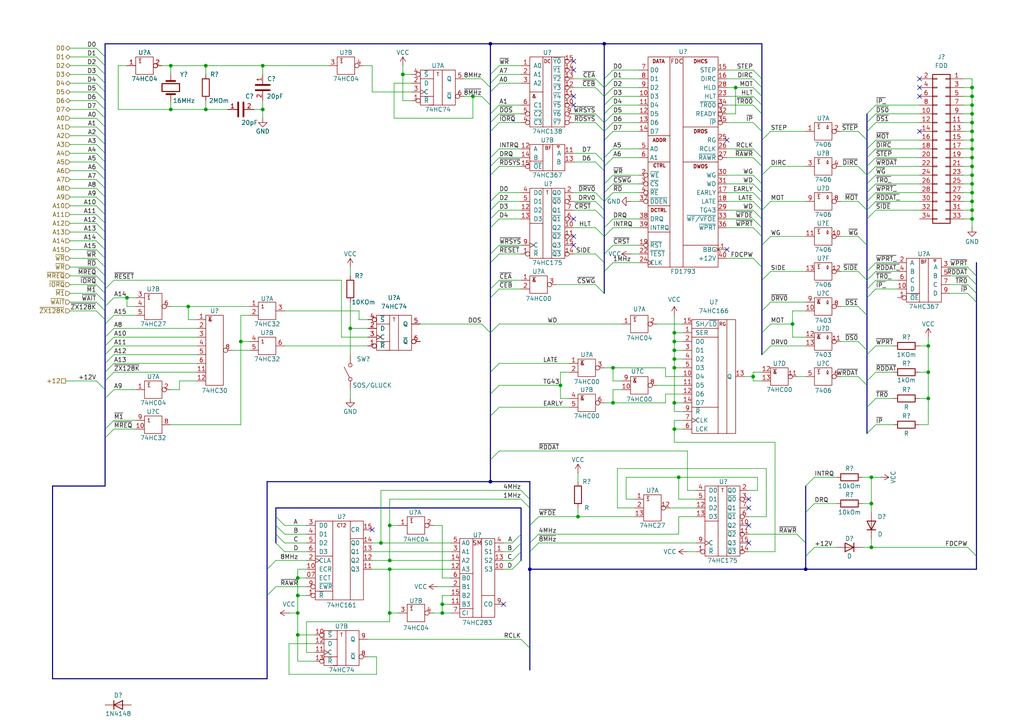
<source format=kicad_sch>
(kicad_sch (version 20231120) (generator "eeschema") (generator_version "8.0")
  (paper "A4")
  (junction (at 269.24 107.95))
  (junction (at 195.58 96.52))
  (junction (at 167.64 149.86))
  (junction (at 281.94 48.26))
  (junction (at 281.94 30.48))
  (junction (at 252.73 146.05))
  (junction (at 195.58 116.84))
  (junction (at 281.94 25.4))
  (junction (at 113.03 152.4))
  (junction (at 76.2 31.75))
  (junction (at 269.24 100.33))
  (junction (at 86.36 167.64))
  (junction (at 233.68 165.1))
  (junction (at 86.36 177.8))
  (junction (at 142.24 12.7))
  (junction (at 195.58 124.46))
  (junction (at 269.24 115.57))
  (junction (at 85.09 234.95))
  (junction (at 281.94 27.94))
  (junction (at 175.26 12.7))
  (junction (at 281.94 38.1))
  (junction (at 252.73 138.43))
  (junction (at 281.94 33.02))
  (junction (at 113.03 162.56))
  (junction (at 229.87 93.98))
  (junction (at 195.58 104.14))
  (junction (at 86.36 172.72))
  (junction (at 86.36 184.15))
  (junction (at 116.84 21.59))
  (junction (at 128.27 177.8))
  (junction (at 196.85 138.43))
  (junction (at 281.94 50.8))
  (junction (at 110.49 157.48))
  (junction (at 54.61 88.9))
  (junction (at 113.03 165.1))
  (junction (at 137.16 27.94))
  (junction (at 195.58 101.6))
  (junction (at 281.94 63.5))
  (junction (at 195.58 106.68))
  (junction (at 281.94 45.72))
  (junction (at 36.83 86.36))
  (junction (at 49.53 19.05))
  (junction (at 281.94 58.42))
  (junction (at 281.94 43.18))
  (junction (at 153.67 165.1))
  (junction (at 281.94 53.34))
  (junction (at 101.6 95.25))
  (junction (at 281.94 55.88))
  (junction (at 177.8 116.84))
  (junction (at 76.2 19.05))
  (junction (at 162.56 111.76))
  (junction (at 218.44 109.22))
  (junction (at 69.85 99.06))
  (junction (at 213.36 25.4))
  (junction (at 177.8 106.68))
  (junction (at 59.69 19.05))
  (junction (at 252.73 158.75))
  (junction (at 113.03 177.8))
  (junction (at 281.94 35.56))
  (junction (at 281.94 40.64))
  (junction (at 128.27 175.26))
  (junction (at 281.94 60.96))
  (junction (at 142.24 139.7))
  (junction (at 195.58 99.06))
  (junction (at 49.53 31.75))
  (junction (at 59.69 31.75))
  (no_connect (at 133.35 234.95))
  (no_connect (at 166.37 20.32))
  (no_connect (at 166.37 30.48))
  (no_connect (at 217.17 152.4))
  (no_connect (at 266.7 22.86))
  (no_connect (at 166.37 71.12))
  (no_connect (at 166.37 68.58))
  (no_connect (at 266.7 25.4))
  (no_connect (at 166.37 27.94))
  (no_connect (at 166.37 63.5))
  (no_connect (at 266.7 38.1))
  (no_connect (at 210.82 40.64))
  (no_connect (at 217.17 144.78))
  (no_connect (at 210.82 72.39))
  (no_connect (at 107.95 153.67))
  (no_connect (at 166.37 17.78))
  (no_connect (at 217.17 157.48))
  (no_connect (at 217.17 147.32))
  (no_connect (at 266.7 27.94))
  (no_connect (at 146.05 175.26))
  (bus_entry (at 254 45.72) (size -2.54 2.54))
  (bus_entry (at 177.8 20.32) (size -2.54 2.54))
  (bus_entry (at 172.72 60.96) (size 2.54 2.54))
  (bus_entry (at 144.78 83.82) (size -2.54 2.54))
  (bus_entry (at 254 40.64) (size -2.54 2.54))
  (bus_entry (at 80.01 229.87) (size -2.54 2.54))
  (bus_entry (at 280.67 82.55) (size 2.54 2.54))
  (bus_entry (at 33.02 91.44) (size -2.54 2.54))
  (bus_entry (at 218.44 35.56) (size 2.54 2.54))
  (bus_entry (at 27.94 24.13) (size 2.54 2.54))
  (bus_entry (at 223.52 93.98) (size -2.54 2.54))
  (bus_entry (at 80.01 157.48) (size 2.54 2.54))
  (bus_entry (at 177.8 63.5) (size -2.54 2.54))
  (bus_entry (at 27.94 87.63) (size 2.54 2.54))
  (bus_entry (at 151.13 157.48) (size -2.54 2.54))
  (bus_entry (at 172.72 82.55) (size 2.54 2.54))
  (bus_entry (at 177.8 38.1) (size -2.54 2.54))
  (bus_entry (at 33.02 81.28) (size -2.54 2.54))
  (bus_entry (at 254 78.74) (size -2.54 2.54))
  (bus_entry (at 33.02 86.36) (size -2.54 2.54))
  (bus_entry (at 254 43.18) (size -2.54 2.54))
  (bus_entry (at 144.78 73.66) (size -2.54 2.54))
  (bus_entry (at 254 48.26) (size -2.54 2.54))
  (bus_entry (at 254 115.57) (size -2.54 2.54))
  (bus_entry (at 172.72 55.88) (size 2.54 2.54))
  (bus_entry (at 27.94 110.49) (size 2.54 2.54))
  (bus_entry (at 27.94 90.17) (size 2.54 2.54))
  (bus_entry (at 80.01 232.41) (size -2.54 2.54))
  (bus_entry (at 151.13 144.78) (size 2.54 2.54))
  (bus_entry (at 80.01 154.94) (size 2.54 2.54))
  (bus_entry (at 218.44 30.48) (size 2.54 2.54))
  (bus_entry (at 151.13 154.94) (size -2.54 2.54))
  (bus_entry (at 33.02 102.87) (size -2.54 2.54))
  (bus_entry (at 144.78 81.28) (size -2.54 2.54))
  (bus_entry (at 27.94 21.59) (size 2.54 2.54))
  (bus_entry (at 80.01 170.18) (size -2.54 2.54))
  (bus_entry (at 80.01 234.95) (size -2.54 2.54))
  (bus_entry (at 254 76.2) (size -2.54 2.54))
  (bus_entry (at 223.52 87.63) (size -2.54 2.54))
  (bus_entry (at 144.78 105.41) (size -2.54 2.54))
  (bus_entry (at 280.67 158.75) (size 2.54 2.54))
  (bus_entry (at 248.92 78.74) (size 2.54 2.54))
  (bus_entry (at 218.44 58.42) (size 2.54 2.54))
  (bus_entry (at 172.72 35.56) (size 2.54 2.54))
  (bus_entry (at 280.67 85.09) (size 2.54 2.54))
  (bus_entry (at 144.78 63.5) (size -2.54 2.54))
  (bus_entry (at 80.01 149.86) (size 2.54 2.54))
  (bus_entry (at 177.8 45.72) (size -2.54 2.54))
  (bus_entry (at 254 83.82) (size -2.54 2.54))
  (bus_entry (at 33.02 100.33) (size -2.54 2.54))
  (bus_entry (at 218.44 27.94) (size 2.54 2.54))
  (bus_entry (at 80.01 162.56) (size -2.54 2.54))
  (bus_entry (at 27.94 13.97) (size 2.54 2.54))
  (bus_entry (at 177.8 43.18) (size -2.54 2.54))
  (bus_entry (at 144.78 45.72) (size -2.54 2.54))
  (bus_entry (at 172.72 25.4) (size 2.54 2.54))
  (bus_entry (at 177.8 27.94) (size -2.54 2.54))
  (bus_entry (at 248.92 58.42) (size 2.54 2.54))
  (bus_entry (at 144.78 111.76) (size -2.54 2.54))
  (bus_entry (at 218.44 45.72) (size 2.54 2.54))
  (bus_entry (at 27.94 46.99) (size 2.54 2.54))
  (bus_entry (at 27.94 52.07) (size 2.54 2.54))
  (bus_entry (at 27.94 31.75) (size 2.54 2.54))
  (bus_entry (at 139.7 27.94) (size 2.54 2.54))
  (bus_entry (at 218.44 60.96) (size 2.54 2.54))
  (bus_entry (at 177.8 66.04) (size -2.54 2.54))
  (bus_entry (at 177.8 22.86) (size -2.54 2.54))
  (bus_entry (at 236.22 158.75) (size -2.54 2.54))
  (bus_entry (at 156.21 157.48) (size -2.54 2.54))
  (bus_entry (at 27.94 69.85) (size 2.54 2.54))
  (bus_entry (at 223.52 78.74) (size -2.54 2.54))
  (bus_entry (at 218.44 74.93) (size 2.54 2.54))
  (bus_entry (at 177.8 76.2) (size -2.54 2.54))
  (bus_entry (at 177.8 25.4) (size -2.54 2.54))
  (bus_entry (at 27.94 57.15) (size 2.54 2.54))
  (bus_entry (at 144.78 30.48) (size -2.54 2.54))
  (bus_entry (at 27.94 82.55) (size 2.54 2.54))
  (bus_entry (at 139.7 93.98) (size 2.54 2.54))
  (bus_entry (at 33.02 113.03) (size -2.54 2.54))
  (bus_entry (at 248.92 48.26) (size 2.54 2.54))
  (bus_entry (at 144.78 33.02) (size -2.54 2.54))
  (bus_entry (at 177.8 50.8) (size -2.54 2.54))
  (bus_entry (at 218.44 20.32) (size 2.54 2.54))
  (bus_entry (at 144.78 58.42) (size -2.54 2.54))
  (bus_entry (at 248.92 38.1) (size 2.54 2.54))
  (bus_entry (at 172.72 58.42) (size 2.54 2.54))
  (bus_entry (at 151.13 240.03) (size 2.54 2.54))
  (bus_entry (at 223.52 58.42) (size -2.54 2.54))
  (bus_entry (at 151.13 228.6) (size 2.54 2.54))
  (bus_entry (at 27.94 59.69) (size 2.54 2.54))
  (bus_entry (at 27.94 72.39) (size 2.54 2.54))
  (bus_entry (at 151.13 142.24) (size 2.54 2.54))
  (bus_entry (at 144.78 130.81) (size -2.54 2.54))
  (bus_entry (at 151.13 185.42) (size 2.54 2.54))
  (bus_entry (at 156.21 149.86) (size -2.54 2.54))
  (bus_entry (at 27.94 74.93) (size 2.54 2.54))
  (bus_entry (at 144.78 43.18) (size -2.54 2.54))
  (bus_entry (at 218.44 50.8) (size 2.54 2.54))
  (bus_entry (at 33.02 97.79) (size -2.54 2.54))
  (bus_entry (at 236.22 146.05) (size -2.54 2.54))
  (bus_entry (at 254 35.56) (size -2.54 2.54))
  (bus_entry (at 172.72 22.86) (size 2.54 2.54))
  (bus_entry (at 254 107.95) (size -2.54 2.54))
  (bus_entry (at 27.94 77.47) (size 2.54 2.54))
  (bus_entry (at 27.94 26.67) (size 2.54 2.54))
  (bus_entry (at 218.44 43.18) (size 2.54 2.54))
  (bus_entry (at 223.52 100.33) (size -2.54 2.54))
  (bus_entry (at 27.94 67.31) (size 2.54 2.54))
  (bus_entry (at 254 53.34) (size -2.54 2.54))
  (bus_entry (at 231.14 154.94) (size 2.54 2.54))
  (bus_entry (at 27.94 64.77) (size 2.54 2.54))
  (bus_entry (at 223.52 68.58) (size -2.54 2.54))
  (bus_entry (at 144.78 71.12) (size -2.54 2.54))
  (bus_entry (at 218.44 55.88) (size 2.54 2.54))
  (bus_entry (at 172.72 73.66) (size 2.54 2.54))
  (bus_entry (at 172.72 33.02) (size 2.54 2.54))
  (bus_entry (at 177.8 55.88) (size -2.54 2.54))
  (bus_entry (at 254 30.48) (size -2.54 2.54))
  (bus_entry (at 27.94 36.83) (size 2.54 2.54))
  (bus_entry (at 27.94 16.51) (size 2.54 2.54))
  (bus_entry (at 248.92 109.22) (size 2.54 2.54))
  (bus_entry (at 151.13 162.56) (size -2.54 2.54))
  (bus_entry (at 218.44 53.34) (size 2.54 2.54))
  (bus_entry (at 177.8 35.56) (size -2.54 2.54))
  (bus_entry (at 139.7 22.86) (size 2.54 2.54))
  (bus_entry (at 80.01 243.84) (size -2.54 2.54))
  (bus_entry (at 172.72 44.45) (size 2.54 2.54))
  (bus_entry (at 254 100.33) (size -2.54 2.54))
  (bus_entry (at 248.92 68.58) (size 2.54 2.54))
  (bus_entry (at 151.13 160.02) (size -2.54 2.54))
  (bus_entry (at 280.67 77.47) (size 2.54 2.54))
  (bus_entry (at 27.94 62.23) (size 2.54 2.54))
  (bus_entry (at 27.94 44.45) (size 2.54 2.54))
  (bus_entry (at 144.78 48.26) (size -2.54 2.54))
  (bus_entry (at 144.78 118.11) (size -2.54 2.54))
  (bus_entry (at 254 50.8) (size -2.54 2.54))
  (bus_entry (at 27.94 41.91) (size 2.54 2.54))
  (bus_entry (at 223.52 48.26) (size -2.54 2.54))
  (bus_entry (at 156.21 154.94) (size -2.54 2.54))
  (bus_entry (at 27.94 54.61) (size 2.54 2.54))
  (bus_entry (at 218.44 63.5) (size 2.54 2.54))
  (bus_entry (at 248.92 88.9) (size 2.54 2.54))
  (bus_entry (at 33.02 121.92) (size -2.54 2.54))
  (bus_entry (at 172.72 66.04) (size 2.54 2.54))
  (bus_entry (at 27.94 34.29) (size 2.54 2.54))
  (bus_entry (at 218.44 66.04) (size 2.54 2.54))
  (bus_entry (at 218.44 22.86) (size 2.54 2.54))
  (bus_entry (at 144.78 55.88) (size -2.54 2.54))
  (bus_entry (at 236.22 138.43) (size -2.54 2.54))
  (bus_entry (at 33.02 124.46) (size -2.54 2.54))
  (bus_entry (at 27.94 29.21) (size 2.54 2.54))
  (bus_entry (at 218.44 25.4) (size 2.54 2.54))
  (bus_entry (at 177.8 71.12) (size -2.54 2.54))
  (bus_entry (at 254 55.88) (size -2.54 2.54))
  (bus_entry (at 27.94 39.37) (size 2.54 2.54))
  (bus_entry (at 254 60.96) (size -2.54 2.54))
  (bus_entry (at 254 123.19) (size -2.54 2.54))
  (bus_entry (at 27.94 80.01) (size 2.54 2.54))
  (bus_entry (at 254 58.42) (size -2.54 2.54))
  (bus_entry (at 172.72 46.99) (size 2.54 2.54))
  (bus_entry (at 33.02 95.25) (size -2.54 2.54))
  (bus_entry (at 80.01 224.79) (size -2.54 2.54))
  (bus_entry (at 223.52 38.1) (size -2.54 2.54))
  (bus_entry (at 27.94 19.05) (size 2.54 2.54))
  (bus_entry (at 144.78 35.56) (size -2.54 2.54))
  (bus_entry (at 144.78 21.59) (size -2.54 2.54))
  (bus_entry (at 33.02 105.41) (size -2.54 2.54))
  (bus_entry (at 144.78 60.96) (size -2.54 2.54))
  (bus_entry (at 144.78 24.13) (size -2.54 2.54))
  (bus_entry (at 177.8 33.02) (size -2.54 2.54))
  (bus_entry (at 144.78 19.05) (size -2.54 2.54))
  (bus_entry (at 33.02 107.95) (size -2.54 2.54))
  (bus_entry (at 144.78 93.98) (size -2.54 2.54))
  (bus_entry (at 27.94 85.09) (size 2.54 2.54))
  (bus_entry (at 254 33.02) (size -2.54 2.54))
  (bus_entry (at 254 81.28) (size -2.54 2.54))
  (bus_entry (at 280.67 80.01) (size 2.54 2.54))
  (bus_entry (at 177.8 53.34) (size -2.54 2.54))
  (bus_entry (at 177.8 30.48) (size -2.54 2.54))
  (bus_entry (at 248.92 99.06) (size 2.54 2.54))
  (bus_entry (at 27.94 49.53) (size 2.54 2.54))
  (bus_entry (at 80.01 152.4) (size 2.54 2.54))
  (wire (pts (xy 86.36 172.72) (xy 86.36 177.8)))
  (wire (pts (xy 85.09 234.95) (xy 85.09 241.3)))
  (bus (pts (xy 151.13 147.32) (xy 151.13 154.94)))
  (wire (pts (xy 254 83.82) (xy 260.35 83.82)))
  (bus (pts (xy 283.21 87.63) (xy 283.21 161.29)))
  (bus (pts (xy 30.48 107.95) (xy 30.48 110.49)))
  (wire (pts (xy 166.37 60.96) (xy 172.72 60.96)))
  (bus (pts (xy 175.26 60.96) (xy 175.26 63.5)))
  (wire (pts (xy 179.07 147.32) (xy 184.15 147.32)))
  (wire (pts (xy 113.03 165.1) (xy 130.81 165.1)))
  (wire (pts (xy 215.9 109.22) (xy 218.44 109.22)))
  (bus (pts (xy 30.48 54.61) (xy 30.48 57.15)))
  (bus (pts (xy 175.26 30.48) (xy 175.26 33.02)))
  (wire (pts (xy 252.73 158.75) (xy 250.19 158.75)))
  (bus (pts (xy 175.26 46.99) (xy 175.26 48.26)))
  (wire (pts (xy 20.32 44.45) (xy 27.94 44.45)))
  (wire (pts (xy 217.17 154.94) (xy 231.14 154.94)))
  (wire (pts (xy 281.94 48.26) (xy 281.94 50.8)))
  (bus (pts (xy 251.46 102.87) (xy 251.46 110.49)))
  (wire (pts (xy 275.59 82.55) (xy 280.67 82.55)))
  (wire (pts (xy 281.94 43.18) (xy 281.94 45.72)))
  (wire (pts (xy 113.03 241.3) (xy 113.03 238.76)))
  (wire (pts (xy 101.6 95.25) (xy 101.6 102.87)))
  (bus (pts (xy 283.21 76.2) (xy 283.21 80.01)))
  (wire (pts (xy 144.78 55.88) (xy 151.13 55.88)))
  (wire (pts (xy 254 107.95) (xy 259.08 107.95)))
  (bus (pts (xy 251.46 50.8) (xy 251.46 48.26)))
  (wire (pts (xy 20.32 13.97) (xy 27.94 13.97)))
  (wire (pts (xy 156.21 157.48) (xy 201.93 157.48)))
  (bus (pts (xy 251.46 43.18) (xy 251.46 45.72)))
  (wire (pts (xy 144.78 111.76) (xy 162.56 111.76)))
  (wire (pts (xy 175.26 106.68) (xy 177.8 106.68)))
  (wire (pts (xy 210.82 55.88) (xy 218.44 55.88)))
  (wire (pts (xy 254 53.34) (xy 266.7 53.34)))
  (bus (pts (xy 175.26 40.64) (xy 175.26 45.72)))
  (bus (pts (xy 80.01 147.32) (xy 151.13 147.32)))
  (wire (pts (xy 250.19 146.05) (xy 252.73 146.05)))
  (wire (pts (xy 166.37 46.99) (xy 172.72 46.99)))
  (wire (pts (xy 33.02 91.44) (xy 39.37 91.44)))
  (bus (pts (xy 142.24 133.35) (xy 142.24 139.7)))
  (wire (pts (xy 236.22 158.75) (xy 242.57 158.75)))
  (wire (pts (xy 177.8 20.32) (xy 185.42 20.32)))
  (wire (pts (xy 54.61 88.9) (xy 54.61 92.71)))
  (wire (pts (xy 166.37 58.42) (xy 172.72 58.42)))
  (wire (pts (xy 101.6 113.03) (xy 101.6 115.57)))
  (wire (pts (xy 198.12 116.84) (xy 195.58 116.84)))
  (wire (pts (xy 110.49 157.48) (xy 110.49 142.24)))
  (wire (pts (xy 279.4 58.42) (xy 281.94 58.42)))
  (wire (pts (xy 82.55 154.94) (xy 88.9 154.94)))
  (wire (pts (xy 54.61 88.9) (xy 72.39 88.9)))
  (wire (pts (xy 210.82 60.96) (xy 218.44 60.96)))
  (wire (pts (xy 177.8 76.2) (xy 185.42 76.2)))
  (bus (pts (xy 175.26 48.26) (xy 175.26 49.53)))
  (wire (pts (xy 82.55 90.17) (xy 104.14 90.17)))
  (wire (pts (xy 20.32 72.39) (xy 27.94 72.39)))
  (wire (pts (xy 20.32 85.09) (xy 27.94 85.09)))
  (wire (pts (xy 279.4 45.72) (xy 281.94 45.72)))
  (bus (pts (xy 251.46 55.88) (xy 251.46 58.42)))
  (wire (pts (xy 275.59 80.01) (xy 280.67 80.01)))
  (bus (pts (xy 30.48 102.87) (xy 30.48 105.41)))
  (wire (pts (xy 128.27 172.72) (xy 128.27 175.26)))
  (bus (pts (xy 220.98 33.02) (xy 220.98 38.1)))
  (wire (pts (xy 34.29 19.05) (xy 36.83 19.05)))
  (bus (pts (xy 220.98 96.52) (xy 220.98 102.87)))
  (wire (pts (xy 229.87 90.17) (xy 233.68 90.17)))
  (wire (pts (xy 201.93 149.86) (xy 196.85 149.86)))
  (bus (pts (xy 30.48 16.51) (xy 30.48 19.05)))
  (wire (pts (xy 144.78 33.02) (xy 151.13 33.02)))
  (bus (pts (xy 30.48 87.63) (xy 30.48 88.9)))
  (wire (pts (xy 177.8 33.02) (xy 185.42 33.02)))
  (bus (pts (xy 220.98 55.88) (xy 220.98 58.42)))
  (bus (pts (xy 251.46 101.6) (xy 251.46 102.87)))
  (bus (pts (xy 153.67 165.1) (xy 233.68 165.1)))
  (wire (pts (xy 279.4 35.56) (xy 281.94 35.56)))
  (bus (pts (xy 283.21 82.55) (xy 283.21 85.09)))
  (wire (pts (xy 36.83 86.36) (xy 39.37 86.36)))
  (wire (pts (xy 109.22 195.58) (xy 83.82 195.58)))
  (bus (pts (xy 153.67 139.7) (xy 153.67 144.78)))
  (bus (pts (xy 30.48 34.29) (xy 30.48 36.83)))
  (wire (pts (xy 156.21 154.94) (xy 196.85 154.94)))
  (wire (pts (xy 88.9 165.1) (xy 86.36 165.1)))
  (bus (pts (xy 283.21 165.1) (xy 233.68 165.1)))
  (bus (pts (xy 175.26 12.7) (xy 220.98 12.7)))
  (wire (pts (xy 218.44 107.95) (xy 218.44 109.22)))
  (wire (pts (xy 181.61 144.78) (xy 184.15 144.78)))
  (wire (pts (xy 224.79 160.02) (xy 224.79 128.27)))
  (wire (pts (xy 144.78 60.96) (xy 151.13 60.96)))
  (wire (pts (xy 195.58 124.46) (xy 198.12 124.46)))
  (wire (pts (xy 20.32 19.05) (xy 27.94 19.05)))
  (wire (pts (xy 210.82 33.02) (xy 213.36 33.02)))
  (bus (pts (xy 142.24 76.2) (xy 142.24 83.82)))
  (wire (pts (xy 224.79 128.27) (xy 195.58 128.27)))
  (wire (pts (xy 144.78 63.5) (xy 151.13 63.5)))
  (wire (pts (xy 20.32 80.01) (xy 27.94 80.01)))
  (bus (pts (xy 153.67 147.32) (xy 153.67 152.4)))
  (bus (pts (xy 77.47 139.7) (xy 77.47 165.1)))
  (bus (pts (xy 251.46 53.34) (xy 251.46 55.88)))
  (wire (pts (xy 254 58.42) (xy 266.7 58.42)))
  (wire (pts (xy 86.36 172.72) (xy 88.9 172.72)))
  (wire (pts (xy 210.82 43.18) (xy 218.44 43.18)))
  (bus (pts (xy 175.26 33.02) (xy 175.26 35.56)))
  (bus (pts (xy 30.48 49.53) (xy 30.48 52.07)))
  (wire (pts (xy 243.84 109.22) (xy 248.92 109.22)))
  (wire (pts (xy 281.94 22.86) (xy 281.94 25.4)))
  (wire (pts (xy 279.4 27.94) (xy 281.94 27.94)))
  (wire (pts (xy 76.2 19.05) (xy 95.25 19.05)))
  (wire (pts (xy 20.32 29.21) (xy 27.94 29.21)))
  (wire (pts (xy 279.4 33.02) (xy 281.94 33.02)))
  (wire (pts (xy 177.8 110.49) (xy 180.34 110.49)))
  (wire (pts (xy 243.84 48.26) (xy 248.92 48.26)))
  (wire (pts (xy 146.05 165.1) (xy 148.59 165.1)))
  (bus (pts (xy 251.46 71.12) (xy 251.46 78.74)))
  (wire (pts (xy 275.59 77.47) (xy 280.67 77.47)))
  (wire (pts (xy 144.78 30.48) (xy 151.13 30.48)))
  (wire (pts (xy 166.37 25.4) (xy 172.72 25.4)))
  (wire (pts (xy 144.78 45.72) (xy 151.13 45.72)))
  (wire (pts (xy 281.94 40.64) (xy 281.94 43.18)))
  (wire (pts (xy 196.85 138.43) (xy 196.85 144.78)))
  (wire (pts (xy 229.87 97.79) (xy 229.87 93.98)))
  (wire (pts (xy 80.01 170.18) (xy 88.9 170.18)))
  (bus (pts (xy 77.47 139.7) (xy 142.24 139.7)))
  (wire (pts (xy 281.94 45.72) (xy 281.94 48.26)))
  (bus (pts (xy 30.48 113.03) (xy 30.48 115.57)))
  (wire (pts (xy 20.32 41.91) (xy 27.94 41.91)))
  (wire (pts (xy 223.52 48.26) (xy 233.68 48.26)))
  (wire (pts (xy 266.7 123.19) (xy 269.24 123.19)))
  (wire (pts (xy 195.58 121.92) (xy 195.58 124.46)))
  (wire (pts (xy 269.24 97.79) (xy 269.24 100.33)))
  (wire (pts (xy 236.22 138.43) (xy 242.57 138.43)))
  (wire (pts (xy 229.87 93.98) (xy 229.87 90.17)))
  (wire (pts (xy 281.94 30.48) (xy 281.94 33.02)))
  (bus (pts (xy 220.98 81.28) (xy 220.98 90.17)))
  (wire (pts (xy 146.05 162.56) (xy 148.59 162.56)))
  (wire (pts (xy 20.32 36.83) (xy 27.94 36.83)))
  (wire (pts (xy 107.95 160.02) (xy 130.81 160.02)))
  (bus (pts (xy 151.13 154.94) (xy 151.13 157.48)))
  (wire (pts (xy 91.44 189.23) (xy 88.9 189.23)))
  (wire (pts (xy 179.07 135.89) (xy 179.07 147.32)))
  (wire (pts (xy 177.8 43.18) (xy 185.42 43.18)))
  (wire (pts (xy 20.32 31.75) (xy 27.94 31.75)))
  (bus (pts (xy 251.46 91.44) (xy 251.46 101.6)))
  (bus (pts (xy 283.21 85.09) (xy 283.21 87.63)))
  (wire (pts (xy 110.49 157.48) (xy 130.81 157.48)))
  (bus (pts (xy 77.47 196.85) (xy 15.24 196.85)))
  (wire (pts (xy 254 115.57) (xy 259.08 115.57)))
  (wire (pts (xy 33.02 105.41) (xy 57.15 105.41)))
  (bus (pts (xy 220.98 45.72) (xy 220.98 48.26)))
  (bus (pts (xy 142.24 139.7) (xy 153.67 139.7)))
  (wire (pts (xy 182.88 73.66) (xy 185.42 73.66)))
  (wire (pts (xy 19.05 110.49) (xy 27.94 110.49)))
  (bus (pts (xy 251.46 83.82) (xy 251.46 86.36)))
  (wire (pts (xy 210.82 50.8) (xy 218.44 50.8)))
  (wire (pts (xy 195.58 116.84) (xy 195.58 106.68)))
  (wire (pts (xy 49.53 31.75) (xy 59.69 31.75)))
  (bus (pts (xy 142.24 114.3) (xy 142.24 120.65)))
  (wire (pts (xy 20.32 52.07) (xy 27.94 52.07)))
  (wire (pts (xy 219.71 142.24) (xy 219.71 138.43)))
  (wire (pts (xy 20.32 49.53) (xy 27.94 49.53)))
  (bus (pts (xy 77.47 232.41) (xy 77.47 234.95)))
  (wire (pts (xy 166.37 44.45) (xy 172.72 44.45)))
  (bus (pts (xy 175.26 78.74) (xy 175.26 85.09)))
  (bus (pts (xy 142.24 120.65) (xy 142.24 133.35)))
  (wire (pts (xy 166.37 22.86) (xy 172.72 22.86)))
  (wire (pts (xy 76.2 31.75) (xy 76.2 34.29)))
  (wire (pts (xy 144.78 48.26) (xy 151.13 48.26)))
  (bus (pts (xy 175.26 35.56) (xy 175.26 38.1)))
  (wire (pts (xy 20.32 59.69) (xy 27.94 59.69)))
  (wire (pts (xy 59.69 21.59) (xy 59.69 19.05)))
  (wire (pts (xy 20.32 21.59) (xy 27.94 21.59)))
  (bus (pts (xy 153.67 187.96) (xy 153.67 194.31)))
  (bus (pts (xy 30.48 24.13) (xy 30.48 26.67)))
  (wire (pts (xy 20.32 39.37) (xy 27.94 39.37)))
  (wire (pts (xy 254 45.72) (xy 266.7 45.72)))
  (bus (pts (xy 142.24 26.67) (xy 142.24 30.48)))
  (wire (pts (xy 193.04 109.22) (xy 198.12 109.22)))
  (bus (pts (xy 142.24 73.66) (xy 142.24 76.2)))
  (wire (pts (xy 223.52 38.1) (xy 233.68 38.1)))
  (wire (pts (xy 115.57 177.8) (xy 113.03 177.8)))
  (wire (pts (xy 222.25 135.89) (xy 179.07 135.89)))
  (bus (pts (xy 142.24 38.1) (xy 142.24 45.72)))
  (wire (pts (xy 80.01 162.56) (xy 88.9 162.56)))
  (wire (pts (xy 177.8 71.12) (xy 185.42 71.12)))
  (bus (pts (xy 15.24 140.97) (xy 15.24 196.85)))
  (wire (pts (xy 195.58 91.44) (xy 195.58 96.52)))
  (wire (pts (xy 121.92 93.98) (xy 139.7 93.98)))
  (wire (pts (xy 128.27 177.8) (xy 130.81 177.8)))
  (wire (pts (xy 33.02 113.03) (xy 39.37 113.03)))
  (bus (pts (xy 220.98 38.1) (xy 220.98 40.64)))
  (wire (pts (xy 177.8 106.68) (xy 177.8 110.49)))
  (bus (pts (xy 30.48 46.99) (xy 30.48 49.53)))
  (bus (pts (xy 30.48 64.77) (xy 30.48 62.23)))
  (bus (pts (xy 142.24 86.36) (xy 142.24 96.52)))
  (bus (pts (xy 220.98 63.5) (xy 220.98 66.04)))
  (wire (pts (xy 198.12 101.6) (xy 195.58 101.6)))
  (wire (pts (xy 114.3 24.13) (xy 119.38 24.13)))
  (bus (pts (xy 175.26 12.7) (xy 175.26 22.86)))
  (bus (pts (xy 220.98 90.17) (xy 220.98 96.52)))
  (wire (pts (xy 281.94 63.5) (xy 281.94 66.04)))
  (bus (pts (xy 220.98 30.48) (xy 220.98 33.02)))
  (bus (pts (xy 175.26 55.88) (xy 175.26 58.42)))
  (wire (pts (xy 107.95 157.48) (xy 110.49 157.48)))
  (wire (pts (xy 161.29 82.55) (xy 172.72 82.55)))
  (bus (pts (xy 175.26 66.04) (xy 175.26 68.58)))
  (wire (pts (xy 254 48.26) (xy 266.7 48.26)))
  (wire (pts (xy 144.78 43.18) (xy 151.13 43.18)))
  (wire (pts (xy 144.78 58.42) (xy 151.13 58.42)))
  (wire (pts (xy 195.58 128.27) (xy 195.58 124.46)))
  (bus (pts (xy 30.48 72.39) (xy 30.48 74.93)))
  (wire (pts (xy 144.78 71.12) (xy 151.13 71.12)))
  (wire (pts (xy 99.06 81.28) (xy 99.06 97.79)))
  (bus (pts (xy 30.48 52.07) (xy 30.48 54.61)))
  (wire (pts (xy 177.8 66.04) (xy 185.42 66.04)))
  (wire (pts (xy 52.07 110.49) (xy 52.07 113.03)))
  (bus (pts (xy 30.48 59.69) (xy 30.48 62.23)))
  (bus (pts (xy 30.48 110.49) (xy 30.48 113.03)))
  (bus (pts (xy 175.26 25.4) (xy 175.26 27.94)))
  (bus (pts (xy 220.98 53.34) (xy 220.98 55.88)))
  (wire (pts (xy 137.16 27.94) (xy 139.7 27.94)))
  (bus (pts (xy 175.26 22.86) (xy 175.26 25.4)))
  (wire (pts (xy 195.58 96.52) (xy 195.58 99.06)))
  (wire (pts (xy 83.82 177.8) (xy 86.36 177.8)))
  (wire (pts (xy 20.32 74.93) (xy 27.94 74.93)))
  (bus (pts (xy 30.48 41.91) (xy 30.48 44.45)))
  (wire (pts (xy 104.14 92.71) (xy 106.68 92.71)))
  (wire (pts (xy 49.53 123.19) (xy 69.85 123.19)))
  (bus (pts (xy 30.48 140.97) (xy 15.24 140.97)))
  (wire (pts (xy 83.82 195.58) (xy 83.82 186.69)))
  (wire (pts (xy 177.8 27.94) (xy 185.42 27.94)))
  (bus (pts (xy 30.48 97.79) (xy 30.48 100.33)))
  (bus (pts (xy 251.46 86.36) (xy 251.46 91.44)))
  (wire (pts (xy 269.24 100.33) (xy 269.24 107.95)))
  (wire (pts (xy 166.37 66.04) (xy 172.72 66.04)))
  (wire (pts (xy 128.27 167.64) (xy 130.81 167.64)))
  (wire (pts (xy 166.37 73.66) (xy 172.72 73.66)))
  (wire (pts (xy 177.8 38.1) (xy 185.42 38.1)))
  (bus (pts (xy 220.98 58.42) (xy 220.98 60.96)))
  (wire (pts (xy 279.4 40.64) (xy 281.94 40.64)))
  (wire (pts (xy 279.4 55.88) (xy 281.94 55.88)))
  (wire (pts (xy 69.85 91.44) (xy 69.85 99.06)))
  (bus (pts (xy 251.46 50.8) (xy 251.46 53.34)))
  (wire (pts (xy 107.95 165.1) (xy 113.03 165.1)))
  (wire (pts (xy 252.73 148.59) (xy 252.73 146.05)))
  (bus (pts (xy 233.68 140.97) (xy 233.68 148.59)))
  (wire (pts (xy 254 50.8) (xy 266.7 50.8)))
  (wire (pts (xy 281.94 50.8) (xy 281.94 53.34)))
  (bus (pts (xy 220.98 48.26) (xy 220.98 50.8)))
  (wire (pts (xy 128.27 175.26) (xy 130.81 175.26)))
  (bus (pts (xy 80.01 154.94) (xy 80.01 152.4)))
  (wire (pts (xy 165.1 107.95) (xy 162.56 107.95)))
  (wire (pts (xy 125.73 177.8) (xy 128.27 177.8)))
  (bus (pts (xy 175.26 53.34) (xy 175.26 55.88)))
  (wire (pts (xy 195.58 101.6) (xy 195.58 104.14)))
  (wire (pts (xy 279.4 22.86) (xy 281.94 22.86)))
  (wire (pts (xy 101.6 87.63) (xy 101.6 95.25)))
  (wire (pts (xy 210.82 22.86) (xy 218.44 22.86)))
  (bus (pts (xy 175.26 49.53) (xy 175.26 53.34)))
  (wire (pts (xy 199.39 160.02) (xy 201.93 160.02)))
  (bus (pts (xy 30.48 77.47) (xy 30.48 80.01)))
  (wire (pts (xy 33.02 107.95) (xy 57.15 107.95)))
  (bus (pts (xy 153.67 157.48) (xy 153.67 160.02)))
  (wire (pts (xy 88.9 189.23) (xy 88.9 180.34)))
  (bus (pts (xy 233.68 148.59) (xy 233.68 157.48)))
  (bus (pts (xy 153.67 165.1) (xy 153.67 187.96)))
  (wire (pts (xy 217.17 142.24) (xy 219.71 142.24)))
  (wire (pts (xy 80.01 224.79) (xy 115.57 224.79)))
  (wire (pts (xy 195.58 99.06) (xy 195.58 101.6)))
  (wire (pts (xy 182.88 58.42) (xy 185.42 58.42)))
  (wire (pts (xy 33.02 86.36) (xy 36.83 86.36)))
  (wire (pts (xy 20.32 64.77) (xy 27.94 64.77)))
  (bus (pts (xy 175.26 38.1) (xy 175.26 40.64)))
  (wire (pts (xy 193.04 106.68) (xy 193.04 109.22)))
  (wire (pts (xy 151.13 81.28) (xy 144.78 81.28)))
  (wire (pts (xy 281.94 38.1) (xy 281.94 40.64)))
  (bus (pts (xy 175.26 45.72) (xy 175.26 46.99)))
  (wire (pts (xy 193.04 116.84) (xy 193.04 114.3)))
  (wire (pts (xy 281.94 55.88) (xy 281.94 58.42)))
  (wire (pts (xy 86.36 191.77) (xy 86.36 184.15)))
  (bus (pts (xy 30.48 64.77) (xy 30.48 67.31)))
  (wire (pts (xy 279.4 43.18) (xy 281.94 43.18)))
  (bus (pts (xy 30.48 85.09) (xy 30.48 87.63)))
  (wire (pts (xy 144.78 24.13) (xy 151.13 24.13)))
  (bus (pts (xy 30.48 105.41) (xy 30.48 107.95)))
  (wire (pts (xy 113.03 162.56) (xy 130.81 162.56)))
  (wire (pts (xy 162.56 111.76) (xy 162.56 115.57)))
  (wire (pts (xy 20.32 16.51) (xy 27.94 16.51)))
  (wire (pts (xy 252.73 138.43) (xy 252.73 146.05)))
  (wire (pts (xy 220.98 107.95) (xy 218.44 107.95)))
  (bus (pts (xy 220.98 68.58) (xy 220.98 71.12)))
  (bus (pts (xy 77.47 237.49) (xy 77.47 246.38)))
  (wire (pts (xy 195.58 104.14) (xy 195.58 106.68)))
  (wire (pts (xy 198.12 121.92) (xy 195.58 121.92)))
  (wire (pts (xy 222.25 149.86) (xy 217.17 149.86)))
  (wire (pts (xy 20.32 26.67) (xy 27.94 26.67)))
  (bus (pts (xy 142.24 60.96) (xy 142.24 63.5)))
  (wire (pts (xy 133.35 240.03) (xy 151.13 240.03)))
  (wire (pts (xy 243.84 68.58) (xy 248.92 68.58)))
  (wire (pts (xy 167.64 149.86) (xy 184.15 149.86)))
  (wire (pts (xy 80.01 229.87) (xy 95.25 229.87)))
  (wire (pts (xy 210.82 53.34) (xy 218.44 53.34)))
  (wire (pts (xy 39.37 88.9) (xy 36.83 88.9)))
  (bus (pts (xy 30.48 21.59) (xy 30.48 24.13)))
  (wire (pts (xy 144.78 93.98) (xy 180.34 93.98)))
  (bus (pts (xy 30.48 12.7) (xy 30.48 16.51)))
  (wire (pts (xy 144.78 73.66) (xy 151.13 73.66)))
  (bus (pts (xy 80.01 152.4) (xy 80.01 149.86)))
  (wire (pts (xy 20.32 90.17) (xy 27.94 90.17)))
  (wire (pts (xy 67.31 101.6) (xy 72.39 101.6)))
  (wire (pts (xy 252.73 156.21) (xy 252.73 158.75)))
  (wire (pts (xy 110.49 231.14) (xy 113.03 231.14)))
  (bus (pts (xy 30.48 44.45) (xy 30.48 46.99)))
  (wire (pts (xy 20.32 34.29) (xy 27.94 34.29)))
  (wire (pts (xy 254 76.2) (xy 260.35 76.2)))
  (wire (pts (xy 20.32 24.13) (xy 27.94 24.13)))
  (bus (pts (xy 175.26 63.5) (xy 175.26 66.04)))
  (wire (pts (xy 113.03 228.6) (xy 151.13 228.6)))
  (bus (pts (xy 77.47 172.72) (xy 77.47 196.85)))
  (wire (pts (xy 223.52 78.74) (xy 233.68 78.74)))
  (wire (pts (xy 49.53 31.75) (xy 49.53 29.21)))
  (wire (pts (xy 54.61 92.71) (xy 57.15 92.71)))
  (wire (pts (xy 99.06 97.79) (xy 106.68 97.79)))
  (wire (pts (xy 106.68 190.5) (xy 109.22 190.5)))
  (wire (pts (xy 59.69 31.75) (xy 59.69 29.21)))
  (wire (pts (xy 69.85 91.44) (xy 72.39 91.44)))
  (wire (pts (xy 101.6 77.47) (xy 101.6 80.01)))
  (wire (pts (xy 146.05 157.48) (xy 148.59 157.48)))
  (bus (pts (xy 142.24 25.4) (xy 142.24 26.67)))
  (wire (pts (xy 279.4 53.34) (xy 281.94 53.34)))
  (wire (pts (xy 134.62 22.86) (xy 139.7 22.86)))
  (wire (pts (xy 210.82 74.93) (xy 218.44 74.93)))
  (wire (pts (xy 177.8 53.34) (xy 185.42 53.34)))
  (wire (pts (xy 144.78 21.59) (xy 151.13 21.59)))
  (wire (pts (xy 20.32 69.85) (xy 27.94 69.85)))
  (wire (pts (xy 82.55 157.48) (xy 88.9 157.48)))
  (bus (pts (xy 220.98 66.04) (xy 220.98 68.58)))
  (wire (pts (xy 52.07 110.49) (xy 57.15 110.49)))
  (bus (pts (xy 30.48 19.05) (xy 30.48 21.59)))
  (wire (pts (xy 198.12 104.14) (xy 195.58 104.14)))
  (wire (pts (xy 85.09 234.95) (xy 95.25 234.95)))
  (wire (pts (xy 254 123.19) (xy 259.08 123.19)))
  (wire (pts (xy 114.3 24.13) (xy 114.3 34.29)))
  (wire (pts (xy 275.59 85.09) (xy 280.67 85.09)))
  (wire (pts (xy 243.84 99.06) (xy 248.92 99.06)))
  (wire (pts (xy 146.05 160.02) (xy 148.59 160.02)))
  (wire (pts (xy 20.32 54.61) (xy 27.94 54.61)))
  (wire (pts (xy 144.78 105.41) (xy 165.1 105.41)))
  (wire (pts (xy 82.55 152.4) (xy 88.9 152.4)))
  (wire (pts (xy 88.9 180.34) (xy 113.03 180.34)))
  (wire (pts (xy 210.82 35.56) (xy 218.44 35.56)))
  (wire (pts (xy 162.56 115.57) (xy 165.1 115.57)))
  (wire (pts (xy 118.11 233.68) (xy 115.57 233.68)))
  (wire (pts (xy 109.22 190.5) (xy 109.22 195.58)))
  (bus (pts (xy 220.98 50.8) (xy 220.98 53.34)))
  (wire (pts (xy 223.52 58.42) (xy 233.68 58.42)))
  (bus (pts (xy 80.01 149.86) (xy 80.01 147.32)))
  (wire (pts (xy 49.53 19.05) (xy 59.69 19.05)))
  (bus (pts (xy 251.46 38.1) (xy 251.46 35.56)))
  (bus (pts (xy 30.48 69.85) (xy 30.48 72.39)))
  (wire (pts (xy 76.2 31.75) (xy 73.66 31.75)))
  (wire (pts (xy 113.03 238.76) (xy 118.11 238.76)))
  (wire (pts (xy 106.68 95.25) (xy 101.6 95.25)))
  (wire (pts (xy 156.21 149.86) (xy 167.64 149.86)))
  (bus (pts (xy 30.48 74.93) (xy 30.48 77.47)))
  (wire (pts (xy 86.36 165.1) (xy 86.36 167.64)))
  (wire (pts (xy 254 35.56) (xy 266.7 35.56)))
  (bus (pts (xy 30.48 57.15) (xy 30.48 59.69)))
  (wire (pts (xy 279.4 38.1) (xy 281.94 38.1)))
  (wire (pts (xy 106.68 185.42) (xy 151.13 185.42)))
  (wire (pts (xy 34.29 31.75) (xy 49.53 31.75)))
  (wire (pts (xy 177.8 116.84) (xy 193.04 116.84)))
  (wire (pts (xy 281.94 53.34) (xy 281.94 55.88)))
  (bus (pts (xy 142.24 35.56) (xy 142.24 38.1)))
  (wire (pts (xy 137.16 34.29) (xy 114.3 34.29)))
  (wire (pts (xy 281.94 33.02) (xy 281.94 35.56)))
  (wire (pts (xy 279.4 50.8) (xy 281.94 50.8)))
  (wire (pts (xy 130.81 172.72) (xy 128.27 172.72)))
  (wire (pts (xy 116.84 19.05) (xy 116.84 21.59)))
  (wire (pts (xy 107.95 19.05) (xy 107.95 26.67)))
  (wire (pts (xy 69.85 99.06) (xy 72.39 99.06)))
  (wire (pts (xy 243.84 78.74) (xy 248.92 78.74)))
  (wire (pts (xy 217.17 160.02) (xy 224.79 160.02)))
  (wire (pts (xy 223.52 87.63) (xy 233.68 87.63)))
  (bus (pts (xy 142.24 58.42) (xy 142.24 60.96)))
  (wire (pts (xy 193.04 114.3) (xy 198.12 114.3)))
  (bus (pts (xy 220.98 40.64) (xy 220.98 45.72)))
  (wire (pts (xy 33.02 124.46) (xy 39.37 124.46)))
  (wire (pts (xy 223.52 68.58) (xy 233.68 68.58)))
  (wire (pts (xy 210.82 20.32) (xy 218.44 20.32)))
  (wire (pts (xy 113.03 152.4) (xy 115.57 152.4)))
  (wire (pts (xy 266.7 115.57) (xy 269.24 115.57)))
  (bus (pts (xy 30.48 26.67) (xy 30.48 29.21)))
  (wire (pts (xy 49.53 21.59) (xy 49.53 19.05)))
  (wire (pts (xy 86.36 177.8) (xy 86.36 184.15)))
  (bus (pts (xy 142.24 12.7) (xy 142.24 21.59)))
  (bus (pts (xy 251.46 40.64) (xy 251.46 38.1)))
  (wire (pts (xy 196.85 149.86) (xy 196.85 154.94)))
  (bus (pts (xy 220.98 12.7) (xy 220.98 22.86)))
  (wire (pts (xy 166.37 35.56) (xy 172.72 35.56)))
  (bus (pts (xy 153.67 160.02) (xy 153.67 165.1)))
  (bus (pts (xy 142.24 50.8) (xy 142.24 58.42)))
  (wire (pts (xy 279.4 30.48) (xy 281.94 30.48)))
  (wire (pts (xy 213.36 33.02) (xy 213.36 25.4)))
  (wire (pts (xy 144.78 19.05) (xy 151.13 19.05)))
  (bus (pts (xy 80.01 157.48) (xy 80.01 154.94)))
  (bus (pts (xy 77.47 227.33) (xy 77.47 232.41)))
  (bus (pts (xy 142.24 48.26) (xy 142.24 50.8)))
  (wire (pts (xy 20.32 82.55) (xy 27.94 82.55)))
  (bus (pts (xy 142.24 21.59) (xy 142.24 24.13)))
  (wire (pts (xy 279.4 63.5) (xy 281.94 63.5)))
  (bus (pts (xy 30.48 83.82) (xy 30.48 85.09)))
  (wire (pts (xy 49.53 113.03) (xy 52.07 113.03)))
  (bus (pts (xy 151.13 157.48) (xy 151.13 160.02)))
  (bus (pts (xy 283.21 80.01) (xy 283.21 82.55)))
  (wire (pts (xy 210.82 45.72) (xy 218.44 45.72)))
  (bus (pts (xy 142.24 24.13) (xy 142.24 25.4)))
  (bus (pts (xy 142.24 66.04) (xy 142.24 73.66)))
  (bus (pts (xy 283.21 161.29) (xy 283.21 165.1)))
  (bus (pts (xy 142.24 107.95) (xy 142.24 114.3)))
  (wire (pts (xy 166.37 33.02) (xy 172.72 33.02)))
  (wire (pts (xy 243.84 88.9) (xy 248.92 88.9)))
  (wire (pts (xy 107.95 26.67) (xy 119.38 26.67)))
  (wire (pts (xy 252.73 158.75) (xy 280.67 158.75)))
  (wire (pts (xy 59.69 19.05) (xy 76.2 19.05)))
  (wire (pts (xy 144.78 35.56) (xy 151.13 35.56)))
  (wire (pts (xy 233.68 97.79) (xy 229.87 97.79)))
  (bus (pts (xy 220.98 60.96) (xy 220.98 63.5)))
  (wire (pts (xy 137.16 27.94) (xy 137.16 34.29)))
  (wire (pts (xy 269.24 115.57) (xy 269.24 123.19)))
  (wire (pts (xy 196.85 144.78) (xy 201.93 144.78)))
  (bus (pts (xy 251.46 63.5) (xy 251.46 71.12)))
  (bus (pts (xy 220.98 71.12) (xy 220.98 77.47)))
  (wire (pts (xy 116.84 29.21) (xy 119.38 29.21)))
  (wire (pts (xy 107.95 162.56) (xy 113.03 162.56)))
  (wire (pts (xy 196.85 138.43) (xy 219.71 138.43)))
  (wire (pts (xy 33.02 121.92) (xy 39.37 121.92)))
  (bus (pts (xy 30.48 36.83) (xy 30.48 39.37)))
  (wire (pts (xy 162.56 107.95) (xy 162.56 111.76)))
  (wire (pts (xy 177.8 55.88) (xy 185.42 55.88)))
  (bus (pts (xy 251.46 110.49) (xy 251.46 111.76)))
  (wire (pts (xy 83.82 186.69) (xy 91.44 186.69)))
  (wire (pts (xy 82.55 100.33) (xy 106.68 100.33)))
  (bus (pts (xy 175.26 68.58) (xy 175.26 73.66)))
  (wire (pts (xy 279.4 48.26) (xy 281.94 48.26)))
  (bus (pts (xy 220.98 27.94) (xy 220.98 30.48)))
  (wire (pts (xy 281.94 27.94) (xy 281.94 30.48)))
  (bus (pts (xy 30.48 93.98) (xy 30.48 97.79)))
  (bus (pts (xy 233.68 161.29) (xy 233.68 165.1)))
  (wire (pts (xy 166.37 55.88) (xy 172.72 55.88)))
  (wire (pts (xy 127 170.18) (xy 130.81 170.18)))
  (wire (pts (xy 254 78.74) (xy 260.35 78.74)))
  (bus (pts (xy 30.48 31.75) (xy 30.48 34.29)))
  (bus (pts (xy 175.26 73.66) (xy 175.26 76.2)))
  (wire (pts (xy 195.58 106.68) (xy 198.12 106.68)))
  (wire (pts (xy 223.52 100.33) (xy 233.68 100.33)))
  (wire (pts (xy 105.41 19.05) (xy 107.95 19.05)))
  (wire (pts (xy 177.8 30.48) (xy 185.42 30.48)))
  (bus (pts (xy 175.26 27.94) (xy 175.26 30.48)))
  (bus (pts (xy 251.46 58.42) (xy 251.46 60.96)))
  (wire (pts (xy 254 55.88) (xy 266.7 55.88)))
  (bus (pts (xy 251.46 118.11) (xy 251.46 125.73)))
  (bus (pts (xy 30.48 90.17) (xy 30.48 92.71)))
  (wire (pts (xy 177.8 113.03) (xy 180.34 113.03)))
  (bus (pts (xy 251.46 111.76) (xy 251.46 118.11)))
  (wire (pts (xy 86.36 184.15) (xy 91.44 184.15)))
  (bus (pts (xy 142.24 12.7) (xy 175.26 12.7)))
  (wire (pts (xy 113.03 152.4) (xy 113.03 162.56)))
  (wire (pts (xy 281.94 60.96) (xy 281.94 63.5)))
  (bus (pts (xy 153.67 144.78) (xy 153.67 147.32)))
  (wire (pts (xy 279.4 25.4) (xy 281.94 25.4)))
  (bus (pts (xy 30.48 82.55) (xy 30.48 83.82)))
  (wire (pts (xy 167.64 139.7) (xy 167.64 137.16)))
  (wire (pts (xy 254 33.02) (xy 266.7 33.02)))
  (wire (pts (xy 223.52 93.98) (xy 229.87 93.98)))
  (wire (pts (xy 46.99 19.05) (xy 49.53 19.05)))
  (wire (pts (xy 177.8 50.8) (xy 185.42 50.8)))
  (wire (pts (xy 113.03 144.78) (xy 151.13 144.78)))
  (wire (pts (xy 210.82 58.42) (xy 218.44 58.42)))
  (wire (pts (xy 144.78 118.11) (xy 165.1 118.11)))
  (wire (pts (xy 210.82 63.5) (xy 218.44 63.5)))
  (wire (pts (xy 104.14 90.17) (xy 104.14 92.71)))
  (bus (pts (xy 30.48 12.7) (xy 142.24 12.7)))
  (bus (pts (xy 220.98 77.47) (xy 220.98 81.28)))
  (bus (pts (xy 251.46 60.96) (xy 251.46 63.5)))
  (wire (pts (xy 254 81.28) (xy 260.35 81.28)))
  (bus (pts (xy 77.47 165.1) (xy 77.47 172.72)))
  (wire (pts (xy 266.7 107.95) (xy 269.24 107.95)))
  (bus (pts (xy 30.48 93.98) (xy 30.48 92.71)))
  (wire (pts (xy 279.4 60.96) (xy 281.94 60.96)))
  (wire (pts (xy 167.64 147.32) (xy 167.64 149.86)))
  (bus (pts (xy 251.46 40.64) (xy 251.46 43.18)))
  (wire (pts (xy 198.12 96.52) (xy 195.58 96.52)))
  (wire (pts (xy 33.02 95.25) (xy 57.15 95.25)))
  (wire (pts (xy 92.71 237.49) (xy 95.25 237.49)))
  (wire (pts (xy 269.24 107.95) (xy 269.24 115.57)))
  (wire (pts (xy 210.82 30.48) (xy 218.44 30.48)))
  (bus (pts (xy 220.98 25.4) (xy 220.98 27.94)))
  (wire (pts (xy 113.03 152.4) (xy 113.03 144.78)))
  (wire (pts (xy 116.84 21.59) (xy 116.84 29.21)))
  (bus (pts (xy 30.48 80.01) (xy 30.48 82.55)))
  (bus (pts (xy 233.68 157.48) (xy 233.68 161.29)))
  (bus (pts (xy 30.48 29.21) (xy 30.48 31.75)))
  (bus (pts (xy 142.24 33.02) (xy 142.24 35.56)))
  (bus (pts (xy 251.46 45.72) (xy 251.46 48.26)))
  (wire (pts (xy 190.5 93.98) (xy 198.12 93.98)))
  (bus (pts (xy 30.48 100.33) (xy 30.48 102.87)))
  (wire (pts (xy 231.14 109.22) (xy 233.68 109.22)))
  (wire (pts (xy 36.83 86.36) (xy 36.83 88.9)))
  (wire (pts (xy 210.82 66.04) (xy 218.44 66.04)))
  (wire (pts (xy 254 30.48) (xy 266.7 30.48)))
  (wire (pts (xy 213.36 25.4) (xy 218.44 25.4)))
  (wire (pts (xy 254 43.18) (xy 266.7 43.18)))
  (wire (pts (xy 113.03 177.8) (xy 113.03 180.34)))
  (wire (pts (xy 33.02 81.28) (xy 99.06 81.28)))
  (bus (pts (xy 251.46 33.02) (xy 251.46 35.56)))
  (bus (pts (xy 151.13 160.02) (xy 151.13 162.56)))
  (wire (pts (xy 218.44 109.22) (xy 218.44 110.49)))
  (bus (pts (xy 30.48 88.9) (xy 30.48 90.17)))
  (wire (pts (xy 255.27 138.43) (xy 252.73 138.43)))
  (wire (pts (xy 128.27 175.26) (xy 128.27 177.8)))
  (bus (pts (xy 30.48 127) (xy 30.48 140.97)))
  (wire (pts (xy 110.49 142.24) (xy 151.13 142.24)))
  (wire (pts (xy 195.58 116.84) (xy 195.58 119.38)))
  (bus (pts (xy 142.24 96.52) (xy 142.24 107.95)))
  (bus (pts (xy 142.24 45.72) (xy 142.24 48.26)))
  (bus (pts (xy 220.98 22.86) (xy 220.98 25.4)))
  (wire (pts (xy 198.12 119.38) (xy 195.58 119.38)))
  (wire (pts (xy 113.03 231.14) (xy 113.03 228.6)))
  (wire (pts (xy 59.69 31.75) (xy 66.04 31.75)))
  (bus (pts (xy 251.46 78.74) (xy 251.46 81.28)))
  (wire (pts (xy 236.22 146.05) (xy 242.57 146.05)))
  (wire (pts (xy 20.32 57.15) (xy 27.94 57.15)))
  (bus (pts (xy 142.24 83.82) (xy 142.24 86.36)))
  (wire (pts (xy 222.25 149.86) (xy 222.25 135.89)))
  (wire (pts (xy 190.5 111.76) (xy 198.12 111.76)))
  (wire (pts (xy 243.84 58.42) (xy 248.92 58.42)))
  (bus (pts (xy 30.48 124.46) (xy 30.48 127)))
  (wire (pts (xy 80.01 232.41) (xy 95.25 232.41)))
  (wire (pts (xy 49.53 88.9) (xy 54.61 88.9)))
  (bus (pts (xy 30.48 39.37) (xy 30.48 41.91)))
  (wire (pts (xy 177.8 106.68) (xy 193.04 106.68)))
  (wire (pts (xy 218.44 110.49) (xy 220.98 110.49)))
  (bus (pts (xy 142.24 30.48) (xy 142.24 33.02)))
  (wire (pts (xy 76.2 29.21) (xy 76.2 31.75)))
  (wire (pts (xy 250.19 138.43) (xy 252.73 138.43)))
  (wire (pts (xy 177.8 63.5) (xy 185.42 63.5)))
  (bus (pts (xy 30.48 67.31) (xy 30.48 69.85)))
  (bus (pts (xy 175.26 76.2) (xy 175.26 78.74)))
  (wire (pts (xy 281.94 25.4) (xy 281.94 27.94)))
  (wire (pts (xy 254 60.96) (xy 266.7 60.96)))
  (wire (pts (xy 243.84 38.1) (xy 248.92 38.1)))
  (wire (pts (xy 20.32 67.31) (xy 27.94 67.31)))
  (wire (pts (xy 20.32 77.47) (xy 27.94 77.47)))
  (wire (pts (xy 281.94 58.42) (xy 281.94 60.96)))
  (wire (pts (xy 115.57 241.3) (xy 115.57 243.84)))
  (wire (pts (xy 199.39 142.24) (xy 201.93 142.24)))
  (wire (pts (xy 125.73 152.4) (xy 128.27 152.4)))
  (wire (pts (xy 177.8 116.84) (xy 177.8 113.03)))
  (wire (pts (xy 20.32 87.63) (xy 27.94 87.63)))
  (bus (pts (xy 142.24 63.5) (xy 142.24 66.04)))
  (wire (pts (xy 181.61 138.43) (xy 196.85 138.43)))
  (bus (pts (xy 153.67 152.4) (xy 153.67 157.48)))
  (wire (pts (xy 76.2 21.59) (xy 76.2 19.05)))
  (wire (pts (xy 118.11 241.3) (xy 115.57 241.3)))
  (wire (pts (xy 20.32 46.99) (xy 27.94 46.99)))
  (wire (pts (xy 210.82 25.4) (xy 213.36 25.4)))
  (wire (pts (xy 281.94 35.56) (xy 281.94 38.1)))
  (wire (pts (xy 115.57 233.68) (xy 115.57 224.79)))
  (wire (pts (xy 110.49 236.22) (xy 118.11 236.22)))
  (wire (pts (xy 144.78 130.81) (xy 199.39 130.81)))
  (bus (pts (xy 30.48 115.57) (xy 30.48 124.46)))
  (wire (pts (xy 20.32 62.23) (xy 27.94 62.23)))
  (wire (pts (xy 86.36 167.64) (xy 88.9 167.64)))
  (wire (pts (xy 86.36 167.64) (xy 86.36 172.72)))
  (wire (pts (xy 91.44 191.77) (xy 86.36 191.77)))
  (wire (pts (xy 210.82 27.94) (xy 218.44 27.94)))
  (wire (pts (xy 198.12 99.06) (xy 195.58 99.06)))
  (bus (pts (xy 175.26 58.42) (xy 175.26 60.96)))
  (wire (pts (xy 82.55 160.02) (xy 88.9 160.02)))
  (wire (pts (xy 151.13 83.82) (xy 144.78 83.82)))
  (wire (pts (xy 266.7 100.33) (xy 269.24 100.33)))
  (wire (pts (xy 80.01 243.84) (xy 115.57 243.84)))
  (wire (pts (xy 33.02 100.33) (xy 57.15 100.33)))
  (wire (pts (xy 194.31 147.32) (xy 201.93 147.32)))
  (wire (pts (xy 177.8 22.86) (xy 185.42 22.86)))
  (wire (pts (xy 80.01 234.95) (xy 85.09 234.95)))
  (wire (pts (xy 34.29 19.05) (xy 34.29 31.75)))
  (wire (pts (xy 254 40.64) (xy 266.7 40.64)))
  (bus (pts (xy 251.46 81.28) (xy 251.46 83.82)))
  (bus (pts (xy 77.47 234.95) (xy 77.47 237.49)))
  (wire (pts (xy 33.02 97.79) (xy 57.15 97.79)))
  (wire (pts (xy 199.39 142.24) (xy 199.39 130.81)))
  (wire (pts (xy 177.8 45.72) (xy 185.42 45.72)))
  (wire (pts (xy 85.09 241.3) (xy 113.03 241.3)))
  (wire (pts (xy 128.27 152.4) (xy 128.27 167.64)))
  (wire (pts (xy 177.8 35.56) (xy 185.42 35.56)))
  (wire (pts (xy 181.61 138.43) (xy 181.61 144.78)))
  (wire (pts (xy 175.26 116.84) (xy 177.8 116.84)))
  (wire (pts (xy 254 100.33) (xy 259.08 100.33)))
  (wire (pts (xy 113.03 165.1) (xy 113.03 177.8)))
  (wire (pts (xy 134.62 27.94) (xy 137.16 27.94)))
  (wire (pts (xy 116.84 21.59) (xy 119.38 21.59)))
  (wire (pts (xy 177.8 25.4) (xy 185.42 25.4)))
  (wire (pts (xy 33.02 102.87) (xy 57.15 102.87)))
  (wire (pts (xy 69.85 123.19) (xy 69.85 99.06)))
  (text "1111110000000000\n5432109876543210\n00111101XXXXXXXX" (at -40.894 23.114 0) (effects (font (size 1.27 1.27)) (justify left)))
  (label "D1" (at 27.94 16.51 180))
  (label "+12V" (at 27.94 110.49 180))
  (label "DIRC" (at 223.52 48.26 0))
  (label "INTRQ" (at 236.22 138.43 0))
  (label "+12V" (at 236.22 158.75 0))
  (label "~{CEA}" (at 172.72 22.86 180))
  (label "INTRQ" (at 144.78 43.18 0))
  (label "~{RD}" (at 177.8 55.88 0))
  (label "~{RDSYS}" (at 172.72 35.56 180))
  (label "~{TR0}" (at 280.67 82.55 180))
  (label "D4" (at 27.94 24.13 180))
  (label "D7" (at 27.94 31.75 180))
  (label "TG43" (at 157.48 111.76 0))
  (label "INTRQ" (at 177.8 66.04 0))
  (label "WG" (at 218.44 50.8 180))
  (label "~{STEP}" (at 254 45.72 0))
  (label "~{SIDE}" (at 254 60.96 0))
  (label "1MHz" (at 151.13 144.78 180))
  (label "~{WRDAT}" (at 248.92 109.22 180))
  (label "SYNC" (at 80.01 234.95 0))
  (label "~{TR00}" (at 218.44 30.48 180))
  (label "A12" (at 33.02 102.87 0))
  (label "8MHz" (at 81.28 162.56 0))
  (label "~{RAWR}" (at 218.44 45.72 180))
  (label "A6" (at 27.94 49.53 180))
  (label "~{WR}" (at 177.8 50.8 0))
  (label "A7" (at 144.78 21.59 0))
  (label "A13" (at 33.02 105.41 0))
  (label "MOT" (at 218.44 25.4 180))
  (label "~{RESET}" (at 144.78 73.66 0))
  (label "A10" (at 27.94 59.69 180))
  (label "STEP" (at 223.52 38.1 0))
  (label "~{CRST}" (at 171.45 60.96 180))
  (label "ADDR" (at 80.01 224.79 0))
  (label "~{WRSYS}" (at 144.78 71.12 0))
  (label "DRV0" (at 223.52 100.33 0))
  (label "~{WFDE}" (at 156.21 149.86 0))
  (label "~{STEP}" (at 248.92 38.1 180))
  (label "HLT" (at 218.44 27.94 180))
  (label "A" (at 85.09 152.4 0))
  (label "A2" (at 27.94 39.37 180))
  (label "LATE" (at 157.48 105.41 0))
  (label "~{RDDAT}" (at 156.21 130.81 0))
  (label "A0" (at 144.78 24.13 0))
  (label "D2" (at 144.78 58.42 0))
  (label "EARLY" (at 157.48 118.11 0))
  (label "A" (at 148.59 157.48 180))
  (label "~{DRV0}" (at 172.72 55.88 180))
  (label "A5" (at 27.94 46.99 180))
  (label "WD" (at 218.44 60.96 180))
  (label "~{RAWR}" (at 81.28 170.18 0))
  (label "~{WRSYS}" (at 172.72 33.02 180))
  (label "WG" (at 223.52 68.58 0))
  (label "A0" (at 27.94 34.29 180))
  (label "~{TR0_}" (at 254 81.28 0))
  (label "D6" (at 171.45 46.99 180))
  (label "D7" (at 171.45 44.45 180))
  (label "~{RDDAT_}" (at 254 58.42 0))
  (label "D3" (at 144.78 60.96 0))
  (label "~{CSWG}" (at 172.72 82.55 180))
  (label "1MHz" (at 177.8 76.2 0))
  (label "DOS" (at 139.7 93.98 180))
  (label "~{MOT}" (at 254 40.64 0))
  (label "HLT" (at 171.45 66.04 180))
  (label "~{MREQ}" (at 27.94 80.01 180))
  (label "~{DOS}" (at 147.32 240.03 180))
  (label "A7" (at 27.94 52.07 180))
  (label "FDCPW" (at 218.44 74.93 180))
  (label "WD" (at 218.44 53.34 180))
  (label "~{CSWG}" (at 177.8 53.34 0))
  (label "RCLK" (at 218.44 43.18 180))
  (label "~{TR0_}" (at 254 53.34 0))
  (label "~{WPRT}" (at 218.44 66.04 180))
  (label "D7" (at 177.8 38.1 0))
  (label "~{DOS}" (at 144.78 33.02 0))
  (label "~{DIRC}" (at 248.92 48.26 180))
  (label "B" (at 85.09 154.94 0))
  (label "~{M1}" (at 33.02 121.92 0))
  (label "A4" (at 27.94 44.45 180))
  (label "~{CSROM}" (at 80.01 229.87 0))
  (label "A14" (at 33.02 86.36 0))
  (label "~{WG}" (at 254 50.8 0))
  (label "A3" (at 27.94 41.91 180))
  (label "DRV0" (at 172.72 58.42 180))
  (label "D2" (at 27.94 19.05 180))
  (label "D2" (at 177.8 25.4 0))
  (label "~{CEB}" (at 144.78 83.82 0))
  (label "~{WG}" (at 248.92 68.58 180))
  (label "~{RDDAT}" (at 254 107.95 0))
  (label "~{ZX128K}" (at 33.02 107.95 0))
  (label "A1" (at 144.78 30.48 0))
  (label "~{DS0}" (at 254 33.02 0))
  (label "~{WPRT}" (at 280.67 77.47 180))
  (label "SIDE" (at 171.45 73.66 180))
  (label "~{DS0}" (at 248.92 99.06 180))
  (label "~{DS1}" (at 254 35.56 0))
  (label "~{IORQ}" (at 27.94 82.55 180))
  (label "~{RAWR}" (at 231.14 154.94 180))
  (label "A15" (at 33.02 91.44 0))
  (label "~{RDDAT}" (at 280.67 80.01 180))
  (label "DRQ" (at 177.8 63.5 0))
  (label "FDCPW" (at 280.67 158.75 180))
  (label "~{IP}" (at 254 123.19 0))
  (label "C" (at 85.09 157.48 0))
  (label "~{TR0}" (at 254 115.57 0))
  (label "A8" (at 33.02 95.25 0))
  (label "~{CRST}" (at 177.8 71.12 0))
  (label "D" (at 85.09 160.02 0))
  (label "~{MREQ}" (at 33.02 124.46 0))
  (label "D1" (at 177.8 22.86 0))
  (label "DRQ" (at 236.22 146.05 0))
  (label "D" (at 148.59 165.1 180))
  (label "~{MOT}" (at 248.92 58.42 180))
  (label "MOT" (at 223.52 58.42 0))
  (label "~{WR}" (at 27.94 74.93 180))
  (label "A5" (at 177.8 43.18 0))
  (label "8MHz" (at 139.7 22.86 180))
  (label "~{WPRT_}" (at 254 76.2 0))
  (label "~{WPRT}" (at 254 100.33 0))
  (label "~{ZX128K}" (at 27.94 90.17 180))
  (label "D5" (at 177.8 33.02 0))
  (label "~{RESET}" (at 80.01 243.84 0))
  (label "~{RESET}" (at 33.02 81.28 0))
  (label "A11" (at 27.94 62.23 180))
  (label "~{SIDE}" (at 248.92 78.74 180))
  (label "~{M1}" (at 27.94 85.09 180))
  (label "4MHz" (at 156.21 154.94 0))
  (label "A14" (at 27.94 69.85 180))
  (label "SIDE" (at 223.52 78.74 0))
  (label "~{RDDAT_}" (at 254 78.74 0))
  (label "A11" (at 33.02 100.33 0))
  (label "A15" (at 27.94 72.39 180))
  (label "D6" (at 27.94 29.21 180))
  (label "STEP" (at 218.44 20.32 180))
  (label "D3" (at 27.94 21.59 180))
  (label "~{CEA}" (at 144.78 81.28 0))
  (label "D0" (at 177.8 20.32 0))
  (label "D4" (at 144.78 63.5 0))
  (label "~{WR}" (at 144.78 19.05 0))
  (label "A1" (at 27.94 36.83 180))
  (label "~{8MHz}" (at 139.7 27.94 180))
  (label "~{IP}" (at 218.44 35.56 180))
  (label "~{CEB}" (at 172.72 25.4 180))
  (label "~{MG}" (at 80.01 232.41 0))
  (label "A9" (at 27.94 57.15 180))
  (label "DIRC" (at 218.44 22.86 180))
  (label "D0" (at 144.78 55.88 0))
  (label "D3" (at 177.8 27.94 0))
  (label "~{8MHz}" (at 156.21 157.48 0))
  (label "A9" (at 33.02 113.03 0))
  (label "~{DS1}" (at 248.92 88.9 180))
  (label "LATE" (at 218.44 58.42 180))
  (label "A10" (at 33.02 97.79 0))
  (label "B" (at 148.59 160.02 180))
  (label "~{IP_}" (at 254 83.82 0))
  (label "D6" (at 177.8 35.56 0))
  (label "~{RDSYS}" (at 144.78 48.26 0))
  (label "~{RD}" (at 27.94 77.47 180))
  (label "A8" (at 27.94 54.61 180))
  (label "A12" (at 27.94 64.77 180))
  (label "DRQ" (at 144.78 45.72 0))
  (label "~{IORQ}" (at 144.78 35.56 0))
  (label "RCLK" (at 151.13 185.42 180))
  (label "MOT" (at 223.52 93.98 0))
  (label "~{DIRC}" (at 254 43.18 0))
  (label "D5" (at 27.94 26.67 180))
  (label "A13" (at 27.94 67.31 180))
  (label "~{WAIT}" (at 27.94 87.63 180))
  (label "EARLY" (at 218.44 55.88 180))
  (label "4MHz" (at 151.13 142.24 180))
  (label "A6" (at 177.8 45.72 0))
  (label "D4" (at 177.8 30.48 0))
  (label "~{NMI}" (at 147.32 228.6 180))
  (label "~{WFDE}" (at 218.44 63.5 180))
  (label "C" (at 148.59 162.56 180))
  (label "D0" (at 27.94 13.97 180))
  (label "~{DRV0}" (at 223.52 87.63 0))
  (label "~{WPRT_}" (at 254 55.88 0))
  (label "~{WRDAT}" (at 254 48.26 0))
  (label "WD" (at 158.75 93.98 0))
  (label "~{IP}" (at 280.67 85.09 180))
  (label "~{IP_}" (at 254 30.48 0))
  (hierarchical_label "A11" (shape input) (at 20.32 62.23 180))
  (hierarchical_label "~{M1}" (shape input) (at 20.32 85.09 180))
  (hierarchical_label "D1" (shape bidirectional) (at 20.32 16.51 180))
  (hierarchical_label "~{MREQ}" (shape input) (at 20.32 80.01 180))
  (hierarchical_label "~{WR}" (shape input) (at 20.32 74.93 180))
  (hierarchical_label "A9" (shape input) (at 20.32 57.15 180))
  (hierarchical_label "A0" (shape input) (at 20.32 34.29 180))
  (hierarchical_label "A1" (shape input) (at 20.32 36.83 180))
  (hierarchical_label "A2" (shape input) (at 20.32 39.37 180))
  (hierarchical_label "D0" (shape bidirectional) (at 20.32 13.97 180))
  (hierarchical_label "D5" (shape bidirectional) (at 20.32 26.67 180))
  (hierarchical_label "A8" (shape input) (at 20.32 54.61 180))
  (hierarchical_label "A12" (shape input) (at 20.32 64.77 180))
  (hierarchical_label "A14" (shape input) (at 20.32 69.85 180))
  (hierarchical_label "D7" (shape bidirectional) (at 20.32 31.75 180))
  (hierarchical_label "~{ZX128K}" (shape input) (at 20.32 90.17 180))
  (hierarchical_label "A3" (shape input) (at 20.32 41.91 180))
  (hierarchical_label "D4" (shape bidirectional) (at 20.32 24.13 180))
  (hierarchical_label "A5" (shape input) (at 20.32 46.99 180))
  (hierarchical_label "A13" (shape input) (at 20.32 67.31 180))
  (hierarchical_label "~{WR}" (shape input) (at 20.32 77.47 180))
  (hierarchical_label "D3" (shape bidirectional) (at 20.32 21.59 180))
  (hierarchical_label "A7" (shape input) (at 20.32 52.07 180))
  (hierarchical_label "+12" (shape passive) (at 19.05 110.49 180))
  (hierarchical_label "~{WAIT}" (shape input) (at 20.32 87.63 180))
  (hierarchical_label "A10" (shape input) (at 20.32 59.69 180))
  (hierarchical_label "A15" (shape input) (at 20.32 72.39 180))
  (hierarchical_label "A4" (shape input) (at 20.32 44.45 180))
  (hierarchical_label "A6" (shape input) (at 20.32 49.53 180))
  (hierarchical_label "D2" (shape bidirectional) (at 20.32 19.05 180))
  (hierarchical_label "D6" (shape bidirectional) (at 20.32 29.21 180))
  (hierarchical_label "~{IORQ}" (shape input) (at 20.32 82.55 180))
  (symbol (lib_id "power:GND") (at 101.6 115.57 0) (mirror y) (unit 1)
    (property "Reference" "#PWR016" (effects (hide yes)))
    (property "Value" "GND" (at 101.6 119.38 0))
    (property "Description" "Power symbol creates a global label with name \"GND\" , ground" (effects (hide yes)))
  )
  (symbol (lib_id "74IEC:74HC32") (at 77.47 90.17 0) (unit 1)
    (property "Reference" "U?" (at 77.47 86.614 0))
    (property "Value" "74HC32" (at 77.47 93.98 0))
    (property "Datasheet" "https://www.ti.com/lit/ug/scyd013b/scyd013b.pdf" (effects (hide yes)))
    (property "Description" "Quadruple 2-Input Positive-OR Gates" (effects (hide yes)))
  )
  (symbol (lib_id "power:VCC") (at 269.24 97.79 0) (unit 1)
    (property "Reference" "#PWR025" (effects (hide yes)))
    (property "Value" "VCC" (at 269.24 93.98 0))
    (property "Description" "Power symbol creates a global label with name \"VCC\"" (effects (hide yes)))
  )
  (symbol (lib_id "Device:R") (at 262.89 115.57 90) (unit 1)
    (property "Reference" "R?" (at 262.89 113.03 90))
    (property "Value" "R" (at 262.89 118.11 90))
    (property "Footprint" "Resistor_SMD:R_0805_2012Metric" (effects (hide yes)))
    (property "Description" "Resistor" (effects (hide yes)))
  )
  (symbol (lib_id "Device:R") (at 101.6 83.82 0) (unit 1)
    (property "Reference" "R?" (at 104.14 80.01 0))
    (property "Value" "10KOm" (at 105.41 87.63 0))
    (property "Footprint" "Resistor_SMD:R_0805_2012Metric_Pad1.20x1.40mm_HandSolder" (effects (hide yes)))
    (property "Description" "Resistor" (effects (hide yes)))
  )
  (symbol (lib_id "74IEC:74HC74") (at 114.3 96.52 0) (unit 1)
    (property "Reference" "U?" (at 114.3 86.36 0))
    (property "Value" "74HC74" (at 114.3 88.9 0))
    (property "Datasheet" "https://www.ti.com/lit/ug/scyd013b/scyd013b.pdf" (effects (hide yes)))
    (property "Description" "Dual D-Type Positive-Edge-Triggered Flip-Flops With Clear And Preset" (effects (hide yes)))
  )
  (symbol (lib_id "Switch:SW_SPST") (at 101.6 107.95 90) (unit 1)
    (property "Reference" "SW?" (at 105.41 104.14 90))
    (property "Value" "SOS/GLUCK" (at 107.95 111.76 90))
    (property "Description" "Single Pole Single Throw (SPST) switch" (effects (hide yes)))
  )
  (symbol (lib_id "74IEC:74HC166") (at 207.01 109.22 0) (unit 1)
    (property "Reference" "U?" (at 207.01 87.63 0))
    (property "Value" "74HC166" (at 207.01 90.17 0))
    (property "Datasheet" "https://www.ti.com/lit/ug/scyd013b/scyd013b.pdf" (effects (hide yes)))
    (property "Description" "8-bit Parallel-Load Shift Registers" (effects (hide yes)))
  )
  (symbol (lib_id "74IEC:74HC00") (at 170.18 116.84 0) (unit 2)
    (property "Reference" "U?" (at 170.18 113.03 0))
    (property "Value" "74HC00" (at 170.18 120.65 0))
    (property "Datasheet" "https://www.ti.com/lit/ug/scyd013b/scyd013b.pdf" (effects (hide yes)))
    (property "Description" "Quadruple 2-Input Positive-NAND Gates" (effects (hide yes)))
  )
  (symbol (lib_name "74HC175_1") (lib_id "74IEC:74HC175") (at 209.55 151.13 0) (unit 1)
    (property "Reference" "U?" (at 209.804 139.7 0))
    (property "Value" "74HC175" (at 209.55 162.56 0))
    (property "Datasheet" "https://www.ti.com/lit/ug/scyd013b/scyd013b.pdf" (effects (hide yes)))
    (property "Description" "4-ch. D-type Flip-flops With Common Clear And Common Clock" (effects (hide yes)))
  )
  (symbol (lib_id "74IEC:7406") (at 238.76 78.74 0) (unit 6)
    (property "Reference" "U?" (at 238.76 74.93 0))
    (property "Value" "7406" (at 238.76 82.55 0))
    (property "Datasheet" "https://www.ti.com/lit/ug/scyd013b/scyd013b.pdf" (effects (hide yes)))
    (property "Description" "Hex Inverter Buffers/Drivers With Open-Drain Outputs" (effects (hide yes)))
  )
  (symbol (lib_name "C_2") (lib_id "Device:C") (at 69.85 31.75 90) (unit 1)
    (property "Reference" "C?" (at 72.39 27.94 90))
    (property "Value" "20pF" (at 72.39 35.56 90))
    (property "Footprint" "Capacitor_SMD:C_0805_2012Metric_Pad1.18x1.45mm_HandSolder" (effects (hide yes)))
    (property "Description" "Unpolarized capacitor" (effects (hide yes)))
  )
  (symbol (lib_id "74IEC:74HC74") (at 99.06 187.96 0) (unit 2)
    (property "Reference" "U?" (at 99.06 181.61 0))
    (property "Value" "74HC74" (at 99.06 194.31 0))
    (property "Datasheet" "https://www.ti.com/lit/ug/scyd013b/scyd013b.pdf" (effects (hide yes)))
    (property "Description" "Dual D-Type Positive-Edge-Triggered Flip-Flops With Clear And Preset" (effects (hide yes)))
  )
  (symbol (lib_id "Controlers:FD1793") (at 198.12 46.99 0) (unit 1)
    (property "Reference" "U?" (at 198.12 14.986 0))
    (property "Value" "FD1793" (at 198.12 78.74 0))
    (property "Footprint" "Package_DIP:DIP-40_W15.24mm" (effects (hide yes)))
    (property "Description" "Floppy Disk Formatter / Controller Family" (effects (hide yes)))
  )
  (symbol (lib_id "74IEC:7403") (at 193.04 -6.35 0) (unit 4)
    (property "Reference" "U?" (at 193.04 -13.97 0))
    (property "Value" "7403" (at 193.04 -11.43 0))
    (property "Datasheet" "https://www.ti.com/lit/ug/scyd013b/scyd013b.pdf" (effects (hide yes)))
    (property "Description" "Quadruple 2-Input Positive-NAND Gates With Open-Collector Outputs" (effects (hide yes)))
  )
  (symbol (lib_id "74IEC:7406") (at 238.76 68.58 0) (unit 5)
    (property "Reference" "U?" (at 238.76 64.77 0))
    (property "Value" "7406" (at 238.76 72.39 0))
    (property "Datasheet" "https://www.ti.com/lit/ug/scyd013b/scyd013b.pdf" (effects (hide yes)))
    (property "Description" "Hex Inverter Buffers/Drivers With Open-Drain Outputs" (effects (hide yes)))
  )
  (symbol (lib_id "power:GND") (at 182.88 58.42 270) (mirror x) (unit 1)
    (property "Reference" "#PWR013" (effects (hide yes)))
    (property "Value" "GND" (at 178.054 58.42 90))
    (property "Description" "Power symbol creates a global label with name \"GND\" , ground" (effects (hide yes)))
  )
  (symbol (lib_id "74IEC:74HC04") (at 100.33 19.05 0) (unit 2)
    (property "Reference" "U?" (at 100.33 15.24 0))
    (property "Value" "74HC04" (at 100.33 22.86 0))
    (property "Footprint" "Package_DIP:DIP-14_W7.62mm" (effects (hide yes)))
    (property "Datasheet" "https://www.ti.com/lit/ug/scyd013b/scyd013b.pdf" (effects (hide yes)))
    (property "Description" "Hex Inverters" (effects (hide yes)))
  )
  (symbol (lib_id "74IEC:74HC175") (at 158.75 64.77 0) (unit 1)
    (property "Reference" "U?" (at 159.004 53.34 0))
    (property "Value" "74HC175" (at 158.75 76.2 0))
    (property "Datasheet" "https://www.ti.com/lit/ug/scyd013b/scyd013b.pdf" (effects (hide yes)))
    (property "Description" "4-ch. D-type Flip-flops With Common Clear And Common Clock" (effects (hide yes)))
  )
  (symbol (lib_id "74IEC:74HC161") (at 99.06 162.56 0) (unit 1)
    (property "Reference" "U?" (at 99.06 149.86 0))
    (property "Value" "74HC161" (at 99.06 175.514 0))
    (property "Datasheet" "https://www.ti.com/lit/ug/scyd013b/scyd013b.pdf" (effects (hide yes)))
    (property "Description" "Synchronous 4-bit binary counter with asynchronous clear" (effects (hide yes)))
  )
  (symbol (lib_id "power:VCC") (at 101.6 77.47 0) (mirror y) (unit 1)
    (property "Reference" "#PWR015" (effects (hide yes)))
    (property "Value" "VCC" (at 101.6 73.66 0))
    (property "Description" "Power symbol creates a global label with name \"VCC\"" (effects (hide yes)))
  )
  (symbol (lib_id "power:VCC") (at 127 170.18 90) (unit 1)
    (property "Reference" "#PWR011" (effects (hide yes)))
    (property "Value" "VCC" (at 123.952 170.18 90) (effects (justify left)))
    (property "Description" "Power symbol creates a global label with name \"VCC\"" (effects (hide yes)))
  )
  (symbol (lib_id "Device:D") (at 246.38 158.75 180) (unit 1)
    (property "Reference" "D?" (at 246.38 156.21 0))
    (property "Value" "D" (at 246.38 161.29 0))
    (property "Description" "Diode" (effects (hide yes)))
    (property "Sim.Device" "D" (effects (hide yes)))
    (property "Sim.Pins" "1=K 2=A" (effects (hide yes)))
  )
  (symbol (lib_id "Device:R") (at 59.69 25.4 0) (unit 1)
    (property "Reference" "R?" (at 62.23 21.59 0))
    (property "Value" "2MOm" (at 63.5 29.21 0))
    (property "Footprint" "Resistor_SMD:R_0805_2012Metric_Pad1.20x1.40mm_HandSolder" (effects (hide yes)))
    (property "Description" "Resistor" (effects (hide yes)))
  )
  (symbol (lib_id "74IEC:74HC32") (at 44.45 123.19 0) (unit 3)
    (property "Reference" "U?" (at 44.45 119.38 0))
    (property "Value" "74HC32" (at 44.45 127 0))
    (property "Datasheet" "https://www.ti.com/lit/ug/scyd013b/scyd013b.pdf" (effects (hide yes)))
    (property "Description" "Quadruple 2-Input Positive-OR Gates" (effects (hide yes)))
  )
  (symbol (lib_id "74IEC:74HC367") (at 158.75 45.72 0) (unit 2)
    (property "Reference" "U?" (at 158.75 40.64 0))
    (property "Value" "74HC367" (at 158.75 50.8 0))
    (property "Datasheet" "https://www.ti.com/lit/ug/scyd013b/scyd013b.pdf" (effects (hide yes)))
    (property "Description" "6-ch. Buffers And Line Drivers With 3-state Outputs" (effects (hide yes)))
  )
  (symbol (lib_id "74IEC:7406") (at 238.76 48.26 0) (unit 2)
    (property "Reference" "U?" (at 238.76 44.45 0))
    (property "Value" "7406" (at 238.76 52.07 0))
    (property "Datasheet" "https://www.ti.com/lit/ug/scyd013b/scyd013b.pdf" (effects (hide yes)))
    (property "Description" "Hex Inverter Buffers/Drivers With Open-Drain Outputs" (effects (hide yes)))
  )
  (symbol (lib_id "Device:R") (at 262.89 123.19 90) (unit 1)
    (property "Reference" "R?" (at 262.89 120.65 90))
    (property "Value" "R" (at 262.89 125.73 90))
    (property "Footprint" "Resistor_SMD:R_0805_2012Metric" (effects (hide yes)))
    (property "Description" "Resistor" (effects (hide yes)))
  )
  (symbol (lib_id "74IEC:7406") (at 238.76 38.1 0) (unit 1)
    (property "Reference" "U?" (at 238.76 34.29 0))
    (property "Value" "7406" (at 238.76 41.91 0))
    (property "Datasheet" "https://www.ti.com/lit/ug/scyd013b/scyd013b.pdf" (effects (hide yes)))
    (property "Description" "Hex Inverter Buffers/Drivers With Open-Drain Outputs" (effects (hide yes)))
  )
  (symbol (lib_id "74IEC:74HC74") (at 102.87 233.68 0) (unit 1)
    (property "Reference" "U?" (at 102.87 227.33 0))
    (property "Value" "74HC74" (at 102.87 240.03 0))
    (property "Datasheet" "https://www.ti.com/lit/ug/scyd013b/scyd013b.pdf" (effects (hide yes)))
    (property "Description" "Dual D-Type Positive-Edge-Triggered Flip-Flops With Clear And Preset" (effects (hide yes)))
  )
  (symbol (lib_name "74HC27_1") (lib_id "74IEC:74HC27") (at 44.45 88.9 0) (unit 2)
    (property "Reference" "U?" (at 44.45 83.82 0))
    (property "Value" "74HC27" (at 44.45 93.98 0))
    (property "Datasheet" "https://www.ti.com/lit/ug/scyd013b/scyd013b.pdf" (effects (hide yes)))
    (property "Description" "Triple 3-Input Positive-NOR Gates" (effects (hide yes)))
  )
  (symbol (lib_id "74IEC:74HC00") (at 156.21 82.55 0) (unit 1)
    (property "Reference" "U?" (at 156.21 78.74 0))
    (property "Value" "74HC00" (at 156.21 86.614 0))
    (property "Datasheet" "https://www.ti.com/lit/ug/scyd013b/scyd013b.pdf" (effects (hide yes)))
    (property "Description" "Quadruple 2-Input Positive-NAND Gates" (effects (hide yes)))
  )
  (symbol (lib_id "power:VCC") (at 182.88 73.66 90) (unit 1)
    (property "Reference" "#PWR018" (effects (hide yes)))
    (property "Value" "VCC" (at 178.308 73.66 90))
    (property "Description" "Power symbol creates a global label with name \"VCC\"" (effects (hide yes)))
  )
  (symbol (lib_id "Device:C") (at 238.76 229.87 0) (unit 1)
    (property "Reference" "C?" (at 242.57 228.5999 0) (effects (justify left)))
    (property "Value" "C" (at 242.57 231.1399 0) (effects (justify left)))
    (property "Footprint" "Capacitor_SMD:C_0805_2012Metric" (effects (hide yes)))
    (property "Description" "Unpolarized capacitor" (effects (hide yes)))
  )
  (symbol (lib_id "power:GND") (at 281.94 66.04 0) (mirror y) (unit 1)
    (property "Reference" "#PWR021" (effects (hide yes)))
    (property "Value" "GND" (at 281.94 70.104 0))
    (property "Description" "Power symbol creates a global label with name \"GND\" , ground" (effects (hide yes)))
  )
  (symbol (lib_id "74IEC:74HC04") (at 237.49 -22.86 0) (unit 2)
    (property "Reference" "U?" (at 237.49 -30.48 0))
    (property "Value" "74HC04" (at 237.49 -27.94 0))
    (property "Datasheet" "https://www.ti.com/lit/ug/scyd013b/scyd013b.pdf" (effects (hide yes)))
    (property "Description" "Hex Inverters" (effects (hide yes)))
  )
  (symbol (lib_id "Device:R") (at 262.89 100.33 90) (unit 1)
    (property "Reference" "R?" (at 262.89 97.79 90))
    (property "Value" "1KOm" (at 262.89 102.87 90))
    (property "Footprint" "Resistor_SMD:R_0805_2012Metric" (effects (hide yes)))
    (property "Description" "Resistor" (effects (hide yes)))
  )
  (symbol (lib_id "74IEC:74HC138") (at 158.75 26.67 0) (unit 1)
    (property "Reference" "U?" (at 158.75 15.24 0))
    (property "Value" "74HC138" (at 158.75 38.1 0))
    (property "Datasheet" "https://www.ti.com/lit/ug/scyd013b/scyd013b.pdf" (effects (hide yes)))
    (property "Description" "3-Line To 8-Line Decoders/Demultiplexrs" (effects (hide yes)))
  )
  (symbol (lib_id "Device:R") (at 262.89 107.95 90) (unit 1)
    (property "Reference" "R?" (at 262.89 105.41 90))
    (property "Value" "1kOm" (at 262.89 110.236 90))
    (property "Footprint" "Resistor_SMD:R_0805_2012Metric" (effects (hide yes)))
    (property "Description" "Resistor" (effects (hide yes)))
  )
  (symbol (lib_id "74IEC:74HC00") (at 226.06 109.22 0) (unit 4)
    (property "Reference" "U?" (at 226.06 105.41 0))
    (property "Value" "74HC00" (at 226.06 113.03 0))
    (property "Datasheet" "https://www.ti.com/lit/ug/scyd013b/scyd013b.pdf" (effects (hide yes)))
    (property "Description" "Quadruple 2-Input Positive-NAND Gates" (effects (hide yes)))
  )
  (symbol (lib_id "power:GND") (at 76.2 34.29 0) (mirror y) (unit 1)
    (property "Reference" "#PWR014" (effects (hide yes)))
    (property "Value" "GND" (at 76.2 38.1 0))
    (property "Description" "Power symbol creates a global label with name \"GND\" , ground" (effects (hide yes)))
  )
  (symbol (lib_name "C_1") (lib_id "Device:C") (at 76.2 25.4 0) (unit 1)
    (property "Reference" "C?" (at 78.74 22.86 0))
    (property "Value" "20pF" (at 79.756 27.94 0))
    (property "Footprint" "Capacitor_SMD:C_0805_2012Metric_Pad1.18x1.45mm_HandSolder" (effects (hide yes)))
    (property "Description" "Unpolarized capacitor" (effects (hide yes)))
  )
  (symbol (lib_id "power:VCC") (at 116.84 19.05 0) (mirror y) (unit 1)
    (property "Reference" "#PWR022" (effects (hide yes)))
    (property "Value" "VCC" (at 116.84 15.24 0))
    (property "Description" "Power symbol creates a global label with name \"VCC\"" (effects (hide yes)))
  )
  (symbol (lib_id "74IEC:74HC32") (at 99.06 -15.24 0) (unit 4)
    (property "Reference" "U?" (at 99.06 -19.05 0))
    (property "Value" "74HC32" (at 99.06 -11.43 0))
    (property "Datasheet" "https://www.ti.com/lit/ug/scyd013b/scyd013b.pdf" (effects (hide yes)))
    (property "Description" "Quadruple 2-Input Positive-OR Gates" (effects (hide yes)))
  )
  (symbol (lib_id "Device:R") (at 227.33 229.87 0) (unit 1)
    (property "Reference" "R?" (at 229.87 228.5999 0) (effects (justify left)))
    (property "Value" "R" (at 229.87 231.1399 0) (effects (justify left)))
    (property "Footprint" "Resistor_SMD:R_0805_2012Metric" (effects (hide yes)))
    (property "Description" "Resistor" (effects (hide yes)))
  )
  (symbol (lib_id "74IEC:74HC04") (at 120.65 152.4 0) (unit 1)
    (property "Reference" "U?" (at 120.396 148.59 0))
    (property "Value" "74HC04" (at 120.65 156.464 0))
    (property "Datasheet" "https://www.ti.com/lit/ug/scyd013b/scyd013b.pdf" (effects (hide yes)))
    (property "Description" "Hex Inverters" (effects (hide yes)))
  )
  (symbol (lib_id "Device:R") (at 167.64 143.51 0) (unit 1)
    (property "Reference" "R?" (at 170.18 139.7 0))
    (property "Value" "R" (at 170.18 147.32 0))
    (property "Footprint" "Resistor_SMD:R_0805_2012Metric" (effects (hide yes)))
    (property "Description" "Resistor" (effects (hide yes)))
  )
  (symbol (lib_id "zx_custom_symbol:Conn_02x17_Odd_Even") (at 274.32 43.18 0) (mirror y) (unit 1)
    (property "Reference" "J?" (at 273.05 16.51 0))
    (property "Value" "FDD" (at 273.05 19.05 0))
    (property "Description" "Generic connector, double row, 02x17, odd/even pin numbering scheme (row 1 odd numbers, row 2 even numbers), script generated (kicad-library-utils/schlib/autogen/connector/)" (effects (hide yes)))
  )
  (symbol (lib_id "74IEC:74HC04") (at 185.42 93.98 0) (unit 1)
    (property "Reference" "U?" (at 185.42 89.662 0))
    (property "Value" "74HC04" (at 185.42 98.044 0))
    (property "Datasheet" "https://www.ti.com/lit/ug/scyd013b/scyd013b.pdf" (effects (hide yes)))
    (property "Description" "Hex Inverters" (effects (hide yes)))
  )
  (symbol (lib_id "74IEC:74HC74") (at 127 25.4 0) (unit 1)
    (property "Reference" "U?" (at 127 19.05 0))
    (property "Value" "74HC74" (at 127 31.75 0))
    (property "Datasheet" "https://www.ti.com/lit/ug/scyd013b/scyd013b.pdf" (effects (hide yes)))
    (property "Description" "Dual D-Type Positive-Edge-Triggered Flip-Flops With Clear And Preset" (effects (hide yes)))
  )
  (symbol (lib_id "74IEC:7403") (at 238.76 99.06 0) (unit 4)
    (property "Reference" "U?" (at 238.76 95.25 0))
    (property "Value" "7403" (at 238.76 102.87 0))
    (property "Datasheet" "https://www.ti.com/lit/ug/scyd013b/scyd013b.pdf" (effects (hide yes)))
    (property "Description" "Quadruple 2-Input Positive-NAND Gates With Open-Collector Outputs" (effects (hide yes)))
  )
  (symbol (lib_id "74IEC:74HC367") (at 267.97 81.28 0) (unit 1)
    (property "Reference" "U?" (at 267.97 73.66 0))
    (property "Value" "74HC367" (at 267.97 88.9 0))
    (property "Datasheet" "https://www.ti.com/lit/ug/scyd013b/scyd013b.pdf" (effects (hide yes)))
    (property "Description" "6-ch. Buffers And Line Drivers With 3-state Outputs" (effects (hide yes)))
  )
  (symbol (lib_id "74IEC:74HC30") (at 62.23 101.6 0) (unit 1)
    (property "Reference" "U?" (at 62.23 90.17 0))
    (property "Value" "74HC30" (at 62.23 113.284 0))
    (property "Datasheet" "https://www.ti.com/lit/ug/scyd013b/scyd013b.pdf" (effects (hide yes)))
    (property "Description" "8-Input Positive-NAND Gates" (effects (hide yes)))
  )
  (symbol (lib_id "74IEC:74HC00") (at 185.42 111.76 0) (unit 3)
    (property "Reference" "U?" (at 184.912 107.696 0))
    (property "Value" "74HC00" (at 185.42 115.824 0))
    (property "Datasheet" "https://www.ti.com/lit/ug/scyd013b/scyd013b.pdf" (effects (hide yes)))
    (property "Description" "Quadruple 2-Input Positive-NAND Gates" (effects (hide yes)))
  )
  (symbol (lib_id "74IEC:74HC04") (at 120.65 177.8 0) (unit 2)
    (property "Reference" "U?" (at 120.65 174.244 0))
    (property "Value" "74HC04" (at 120.65 182.118 0))
    (property "Datasheet" "https://www.ti.com/lit/ug/scyd013b/scyd013b.pdf" (effects (hide yes)))
    (property "Description" "Hex Inverters" (effects (hide yes)))
  )
  (symbol (lib_id "Device:Crystal") (at 49.53 25.4 270) (unit 1)
    (property "Reference" "Y?" (at 53.34 21.59 90))
    (property "Value" "16MHz" (at 53.34 29.21 90))
    (property "Footprint" "Crystal:Crystal_HC49-U_Vertical" (effects (hide yes)))
    (property "Description" "Two pin crystal" (effects (hide yes)))
  )
  (symbol (lib_id "power:VCC") (at 255.27 138.43 270) (unit 1)
    (property "Reference" "#PWR030" (effects (hide yes)))
    (property "Value" "VCC" (at 259.08 138.43 0))
    (property "Description" "Power symbol creates a global label with name \"VCC\"" (effects (hide yes)))
  )
  (symbol (lib_id "74IEC:74HC32") (at 77.47 100.33 0) (unit 2)
    (property "Reference" "U?" (at 77.47 96.52 0))
    (property "Value" "74HC32" (at 77.47 104.14 0))
    (property "Datasheet" "https://www.ti.com/lit/ug/scyd013b/scyd013b.pdf" (effects (hide yes)))
    (property "Description" "Quadruple 2-Input Positive-OR Gates" (effects (hide yes)))
  )
  (symbol (lib_id "74IEC:7403") (at 238.76 88.9 0) (unit 3)
    (property "Reference" "U?" (at 238.76 85.09 0))
    (property "Value" "7403" (at 238.76 92.964 0))
    (property "Datasheet" "https://www.ti.com/lit/ug/scyd013b/scyd013b.pdf" (effects (hide yes)))
    (property "Description" "Quadruple 2-Input Positive-NAND Gates With Open-Collector Outputs" (effects (hide yes)))
  )
  (symbol (lib_id "Device:R") (at 246.38 138.43 90) (unit 1)
    (property "Reference" "R?" (at 246.38 135.89 90))
    (property "Value" "10kOm" (at 246.38 140.97 90))
    (property "Footprint" "Resistor_SMD:R_0805_2012Metric" (effects (hide yes)))
    (property "Description" "Resistor" (effects (hide yes)))
  )
  (symbol (lib_id "74IEC:7406") (at 238.76 58.42 0) (unit 4)
    (property "Reference" "U?" (at 238.76 54.61 0))
    (property "Value" "7406" (at 238.76 62.23 0))
    (property "Datasheet" "https://www.ti.com/lit/ug/scyd013b/scyd013b.pdf" (effects (hide yes)))
    (property "Description" "Hex Inverter Buffers/Drivers With Open-Drain Outputs" (effects (hide yes)))
  )
  (symbol (lib_id "74IEC:74HC125") (at 267.97 -45.72 0) (unit 4)
    (property "Reference" "U?" (at 267.97 -49.53 0))
    (property "Value" "74HC125" (at 267.97 -41.91 0))
    (property "Datasheet" "https://www.ti.com/lit/ug/scyd013b/scyd013b.pdf" (effects (hide yes)))
    (property "Description" "Quadruple Bus Buffer Gates With 3-State Outputs" (effects (hide yes)))
  )
  (symbol (lib_id "74IEC:74HC00") (at 170.18 106.68 0) (unit 1)
    (property "Reference" "U?" (at 170.18 102.87 0))
    (property "Value" "74HC00" (at 170.18 110.744 0))
    (property "Datasheet" "https://www.ti.com/lit/ug/scyd013b/scyd013b.pdf" (effects (hide yes)))
    (property "Description" "Quadruple 2-Input Positive-NAND Gates" (effects (hide yes)))
  )
  (symbol (lib_id "power:VCC") (at 92.71 237.49 90) (unit 1)
    (property "Reference" "#PWR019" (effects (hide yes)))
    (property "Value" "VCC" (at 88.138 237.49 90))
    (property "Description" "Power symbol creates a global label with name \"VCC\"" (effects (hide yes)))
  )
  (symbol (lib_id "Device:D") (at 252.73 152.4 270) (mirror x) (unit 1)
    (property "Reference" "D?" (at 255.778 149.86 90))
    (property "Value" "D" (at 255.27 154.94 90))
    (property "Description" "Diode" (effects (hide yes)))
    (property "Sim.Device" "D" (effects (hide yes)))
    (property "Sim.Pins" "1=K 2=A" (effects (hide yes)))
  )
  (symbol (lib_name "74HC27_1") (lib_id "74IEC:74HC27") (at 189.23 147.32 0) (unit 1)
    (property "Reference" "U?" (at 189.23 142.24 0))
    (property "Value" "74HC27" (at 189.23 152.4 0))
    (property "Datasheet" "https://www.ti.com/lit/ug/scyd013b/scyd013b.pdf" (effects (hide yes)))
    (property "Description" "Triple 3-Input Positive-NOR Gates" (effects (hide yes)))
  )
  (symbol (lib_id "74IEC:74HC283") (at 138.43 167.64 0) (unit 1)
    (property "Reference" "U?" (at 138.43 155.194 0))
    (property "Value" "74HC283" (at 138.43 180.594 0))
    (property "Datasheet" "https://www.ti.com/lit/ug/scyd013b/scyd013b.pdf" (effects (hide yes)))
    (property "Description" "4-Bit Binary Full Adders With Fast Carry" (effects (hide yes)))
  )
  (symbol (lib_id "Device:D") (at 34.29 204.47 0) (unit 1)
    (property "Reference" "D?" (at 34.29 201.676 0))
    (property "Value" "1N4148" (at 34.29 207.01 0))
    (property "Footprint" "Diode_SMD:D_MELF" (effects (hide yes)))
    (property "Description" "Diode" (effects (hide yes)))
    (property "Sim.Device" "D" (effects (hide yes)))
    (property "Sim.Pins" "1=K 2=A" (effects (hide yes)))
  )
  (symbol (lib_id "Device:R") (at 246.38 146.05 90) (unit 1)
    (property "Reference" "R?" (at 246.38 143.51 90))
    (property "Value" "10kOm" (at 246.38 148.59 90))
    (property "Footprint" "Resistor_SMD:R_0805_2012Metric" (effects (hide yes)))
    (property "Description" "Resistor" (effects (hide yes)))
  )
  (symbol (lib_id "power:VCC") (at 195.58 91.44 0) (unit 1)
    (property "Reference" "#PWR017" (effects (hide yes)))
    (property "Value" "VCC" (at 195.58 86.868 0))
    (property "Description" "Power symbol creates a global label with name \"VCC\"" (effects (hide yes)))
  )
  (symbol (lib_id "power:VCC") (at 83.82 177.8 90) (unit 1)
    (property "Reference" "#PWR012" (effects (hide yes)))
    (property "Value" "VCC" (at 83.82 175.26 90))
    (property "Description" "Power symbol creates a global label with name \"VCC\"" (effects (hide yes)))
  )
  (symbol (lib_id "74IEC:74HC04") (at 41.91 19.05 0) (unit 1)
    (property "Reference" "U?" (at 41.91 15.24 0))
    (property "Value" "74HC04" (at 41.91 22.86 0))
    (property "Footprint" "Package_DIP:DIP-14_W7.62mm" (effects (hide yes)))
    (property "Datasheet" "https://www.ti.com/lit/ug/scyd013b/scyd013b.pdf" (effects (hide yes)))
    (property "Description" "Hex Inverters" (effects (hide yes)))
  )
  (symbol (lib_id "power:VCC") (at 199.39 160.02 90) (unit 1)
    (property "Reference" "#PWR020" (effects (hide yes)))
    (property "Value" "VCC" (at 194.31 160.02 90))
    (property "Description" "Power symbol creates a global label with name \"VCC\"" (effects (hide yes)))
  )
  (symbol (lib_id "74IEC:74HC04") (at 83.82 -15.24 0) (unit 1)
    (property "Reference" "U?" (at 83.82 -19.05 0))
    (property "Value" "74HC04" (at 83.82 -11.43 0))
    (property "Footprint" "Package_DIP:DIP-14_W7.62mm" (effects (hide yes)))
    (property "Datasheet" "https://www.ti.com/lit/ug/scyd013b/scyd013b.pdf" (effects (hide yes)))
    (property "Description" "Hex Inverters" (effects (hide yes)))
  )
  (symbol (lib_id "74IEC:7406") (at 238.76 109.22 0) (unit 3)
    (property "Reference" "U?" (at 238.76 105.41 0))
    (property "Value" "7406" (at 238.76 113.284 0))
    (property "Datasheet" "https://www.ti.com/lit/ug/scyd013b/scyd013b.pdf" (effects (hide yes)))
    (property "Description" "Hex Inverter Buffers/Drivers With Open-Drain Outputs" (effects (hide yes)))
  )
  (symbol (lib_id "74IEC:74HC74") (at 125.73 237.49 0) (unit 2)
    (property "Reference" "U?" (at 125.73 231.14 0))
    (property "Value" "74HC74" (at 125.73 243.84 0))
    (property "Datasheet" "https://www.ti.com/lit/ug/scyd013b/scyd013b.pdf" (effects (hide yes)))
    (property "Description" "Dual D-Type Positive-Edge-Triggered Flip-Flops With Clear And Preset" (effects (hide yes)))
  )
  (symbol (lib_id "power:VCC") (at 167.64 137.16 0) (unit 1)
    (property "Reference" "#PWR026" (effects (hide yes)))
    (property "Value" "VCC" (at 167.64 133.35 0))
    (property "Description" "Power symbol creates a global label with name \"VCC\"" (effects (hide yes)))
  )
  (symbol (lib_id "74IEC:74HC04") (at 44.45 113.03 0) (unit 1)
    (property "Reference" "U?" (at 44.45 109.22 0))
    (property "Value" "74HC04" (at 44.45 116.84 0))
    (property "Footprint" "Package_DIP:DIP-14_W7.62mm" (effects (hide yes)))
    (property "Datasheet" "https://www.ti.com/lit/ug/scyd013b/scyd013b.pdf" (effects (hide yes)))
    (property "Description" "Hex Inverters" (effects (hide yes)))
  )
  (symbol (lib_id "74IEC:7403") (at 193.04 -21.59 0) (unit 3)
    (property "Reference" "U?" (at 193.04 -29.21 0))
    (property "Value" "7403" (at 193.04 -26.67 0))
    (property "Datasheet" "https://www.ti.com/lit/ug/scyd013b/scyd013b.pdf" (effects (hide yes)))
    (property "Description" "Quadruple 2-Input Positive-NAND Gates With Open-Collector Outputs" (effects (hide yes)))
  )
)
</source>
